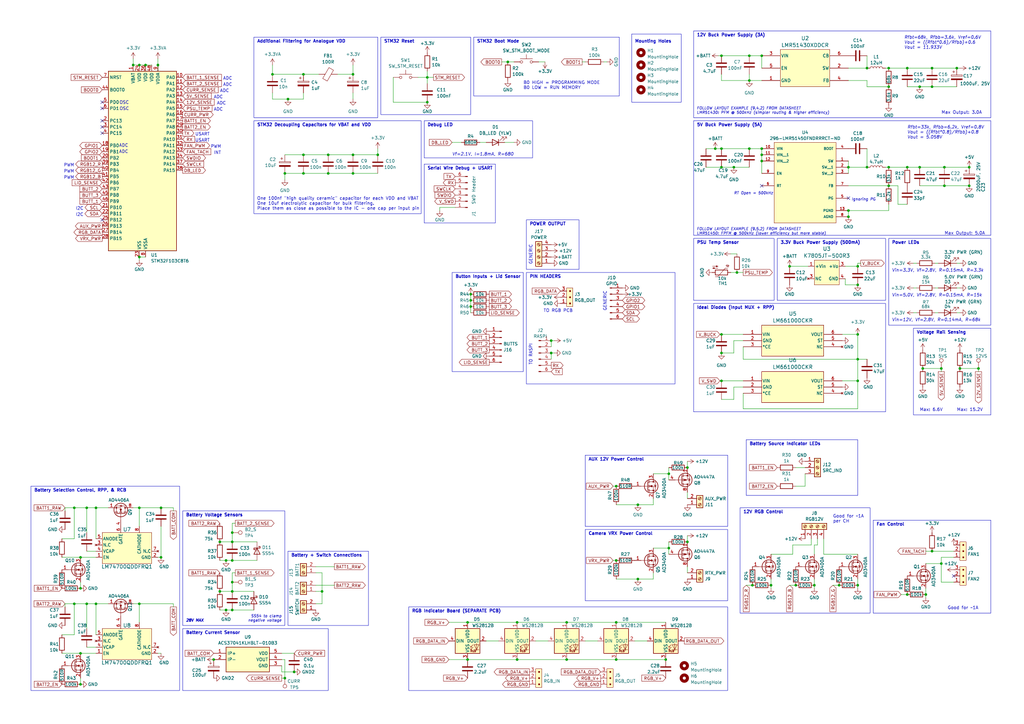
<source format=kicad_sch>
(kicad_sch (version 20230121) (generator eeschema)
  (paper "A3")
  (title_block (title "Ground Station Mainboard") (date "2025-03-18") (rev "V1.0") (company "QRET") (comment 2 "Andrew Davis, Tomer Lapid") (comment 3 "Authors: Kennan Bays, Rowan Burke, Sam Scheufler, Clement S Gonsalves") (comment 4 "GRID = 1.27mm"))
  (junction (at 293.37 60.96))
  (junction (at 116.84 278.13))
  (junction (at 134.62 63.5))
  (junction (at 193.04 125.73))
  (junction (at 300.99 68.58))
  (junction (at 95.25 250.19))
  (junction (at 57.15 105.41))
  (junction (at 351.79 156.21))
  (junction (at 347.98 68.58))
  (junction (at 386.08 151.13))
  (junction (at 154.94 63.5))
  (junction (at 386.08 231.14))
  (junction (at 312.42 22.86))
  (junction (at 33.02 241.3))
  (junction (at 116.84 71.12))
  (junction (at 323.85 109.22))
  (junction (at 252.73 199.39))
  (junction (at 355.6 27.94))
  (junction (at 307.34 60.96))
  (junction (at 252.73 255.27))
  (junction (at 387.35 76.2))
  (junction (at 232.41 255.27))
  (junction (at 372.11 68.58))
  (junction (at 401.32 151.13))
  (junction (at 344.17 240.03))
  (junction (at 54.61 26.67))
  (junction (at 364.49 35.56))
  (junction (at 232.41 270.51))
  (junction (at 295.91 156.21))
  (junction (at 212.09 255.27))
  (junction (at 295.91 68.58))
  (junction (at 372.11 27.94))
  (junction (at 226.06 144.78))
  (junction (at 191.77 255.27))
  (junction (at 95.25 229.87))
  (junction (at 307.34 22.86))
  (junction (at 59.69 26.67))
  (junction (at 295.91 60.96))
  (junction (at 347.98 88.9))
  (junction (at 316.23 240.03))
  (junction (at 90.17 222.25))
  (junction (at 111.76 30.48))
  (junction (at 95.25 238.76))
  (junction (at 307.34 33.02))
  (junction (at 281.94 222.25))
  (junction (at 372.11 243.84))
  (junction (at 281.94 191.77))
  (junction (at 382.27 35.56))
  (junction (at 33.02 228.6))
  (junction (at 364.49 68.58))
  (junction (at 92.71 229.87))
  (junction (at 273.05 270.51))
  (junction (at 392.43 27.94))
  (junction (at 144.78 71.12))
  (junction (at 193.04 120.65))
  (junction (at 393.7 151.13))
  (junction (at 39.37 247.65))
  (junction (at 124.46 71.12))
  (junction (at 134.62 71.12))
  (junction (at 351.79 116.84))
  (junction (at 132.08 242.57))
  (junction (at 312.42 63.5))
  (junction (at 355.6 68.58))
  (junction (at 212.09 270.51))
  (junction (at 334.01 240.03))
  (junction (at 377.19 35.56))
  (junction (at 226.06 139.7))
  (junction (at 364.49 27.94))
  (junction (at 124.46 30.48))
  (junction (at 191.77 270.51))
  (junction (at 144.78 63.5))
  (junction (at 387.35 68.58))
  (junction (at 33.02 267.97))
  (junction (at 193.04 123.19))
  (junction (at 120.65 275.59))
  (junction (at 118.11 40.64))
  (junction (at 351.79 147.32))
  (junction (at 364.49 76.2))
  (junction (at 87.63 270.51))
  (junction (at 351.79 109.22))
  (junction (at 35.56 247.65))
  (junction (at 30.48 247.65))
  (junction (at 378.46 151.13))
  (junction (at 92.71 250.19))
  (junction (at 252.73 270.51))
  (junction (at 95.25 218.44))
  (junction (at 302.26 111.76))
  (junction (at 295.91 144.78))
  (junction (at 377.19 68.58))
  (junction (at 175.26 41.91))
  (junction (at 35.56 208.28))
  (junction (at 351.79 137.16))
  (junction (at 261.62 237.49))
  (junction (at 379.73 243.84))
  (junction (at 295.91 22.86))
  (junction (at 66.04 228.6))
  (junction (at 144.78 30.48))
  (junction (at 382.27 27.94))
  (junction (at 397.51 68.58))
  (junction (at 382.27 226.06))
  (junction (at 326.39 240.03))
  (junction (at 90.17 242.57))
  (junction (at 175.26 31.75))
  (junction (at 351.79 240.03))
  (junction (at 295.91 137.16))
  (junction (at 124.46 63.5))
  (junction (at 274.32 194.31))
  (junction (at 66.04 208.28))
  (junction (at 57.15 247.65))
  (junction (at 312.42 60.96))
  (junction (at 208.28 25.4))
  (junction (at 261.62 207.01))
  (junction (at 308.61 240.03))
  (junction (at 95.25 222.25))
  (junction (at 39.37 208.28))
  (junction (at 64.77 26.67))
  (junction (at 274.32 224.79))
  (junction (at 33.02 280.67))
  (junction (at 57.15 208.28))
  (junction (at 57.15 26.67))
  (junction (at 95.25 242.57))
  (junction (at 252.73 229.87))
  (junction (at 347.98 86.36))
  (junction (at 30.48 208.28))
  (junction (at 312.42 66.04))
  (junction (at 397.51 76.2))
  (no_connect (at 41.91 49.53))
  (no_connect (at 41.91 54.61))
  (no_connect (at 41.91 41.91))
  (no_connect (at 41.91 90.17))
  (no_connect (at 41.91 44.45))
  (no_connect (at 347.98 81.28))
  (no_connect (at 41.91 52.07))
  (no_connect (at 391.16 236.22))
  (no_connect (at 312.42 76.2))
  (wire (pts (xy 364.49 27.94) (xy 372.11 27.94)))
  (wire (pts (xy 25.4 267.97) (xy 33.02 267.97)))
  (wire (pts (xy 345.44 137.16) (xy 351.79 137.16)))
  (wire (pts (xy 208.28 25.4) (xy 210.82 25.4)))
  (wire (pts (xy 364.49 76.2) (xy 368.3 76.2)))
  (wire (pts (xy 312.42 60.96) (xy 312.42 63.5)))
  (wire (pts (xy 138.43 30.48) (xy 144.78 30.48)))
  (wire (pts (xy 386.08 151.13) (xy 386.08 152.4)))
  (wire (pts (xy 307.34 33.02) (xy 312.42 33.02)))
  (wire (pts (xy 306.07 240.03) (xy 308.61 240.03)))
  (wire (pts (xy 379.73 226.06) (xy 382.27 226.06)))
  (wire (pts (xy 95.25 242.57) (xy 104.14 242.57)))
  (wire (pts (xy 355.6 68.58) (xy 355.6 60.96)))
  (wire (pts (xy 90.17 242.57) (xy 95.25 242.57)))
  (wire (pts (xy 274.32 222.25) (xy 274.32 224.79)))
  (wire (pts (xy 111.76 38.1) (xy 111.76 40.64)))
  (wire (pts (xy 64.77 26.67) (xy 64.77 29.21)))
  (wire (pts (xy 374.65 128.27) (xy 375.92 128.27)))
  (wire (pts (xy 351.79 237.49) (xy 351.79 240.03)))
  (wire (pts (xy 161.29 41.91) (xy 175.26 41.91)))
  (wire (pts (xy 30.48 247.65) (xy 26.67 247.65)))
  (wire (pts (xy 392.43 128.27) (xy 393.7 128.27)))
  (wire (pts (xy 227.33 139.7) (xy 226.06 139.7)))
  (wire (pts (xy 293.37 60.96) (xy 295.91 60.96)))
  (wire (pts (xy 386.08 228.6) (xy 386.08 231.14)))
  (wire (pts (xy 304.8 142.24) (xy 304.8 147.32)))
  (wire (pts (xy 337.82 227.33) (xy 337.82 220.98)))
  (wire (pts (xy 364.49 68.58) (xy 372.11 68.58)))
  (wire (pts (xy 346.71 109.22) (xy 351.79 109.22)))
  (wire (pts (xy 212.09 255.27) (xy 232.41 255.27)))
  (wire (pts (xy 180.34 85.09) (xy 180.34 86.36)))
  (wire (pts (xy 304.8 167.64) (xy 351.79 167.64)))
  (wire (pts (xy 124.46 30.48) (xy 130.81 30.48)))
  (wire (pts (xy 261.62 237.49) (xy 267.97 237.49)))
  (wire (pts (xy 57.15 26.67) (xy 54.61 26.67)))
  (wire (pts (xy 90.17 229.87) (xy 92.71 229.87)))
  (wire (pts (xy 377.19 35.56) (xy 382.27 35.56)))
  (wire (pts (xy 300.99 68.58) (xy 307.34 68.58)))
  (wire (pts (xy 295.91 30.48) (xy 295.91 33.02)))
  (wire (pts (xy 347.98 76.2) (xy 364.49 76.2)))
  (wire (pts (xy 25.4 228.6) (xy 33.02 228.6)))
  (wire (pts (xy 334.01 227.33) (xy 334.01 223.52)))
  (wire (pts (xy 351.79 167.64) (xy 351.79 156.21)))
  (wire (pts (xy 364.49 86.36) (xy 347.98 86.36)))
  (wire (pts (xy 347.98 68.58) (xy 347.98 71.12)))
  (wire (pts (xy 175.26 31.75) (xy 177.8 31.75)))
  (wire (pts (xy 378.46 151.13) (xy 386.08 151.13)))
  (wire (pts (xy 116.84 270.51) (xy 115.57 270.51)))
  (wire (pts (xy 323.85 109.22) (xy 331.47 109.22)))
  (wire (pts (xy 295.91 156.21) (xy 304.8 156.21)))
  (wire (pts (xy 289.56 68.58) (xy 295.91 68.58)))
  (wire (pts (xy 134.62 71.12) (xy 144.78 71.12)))
  (wire (pts (xy 383.54 107.95) (xy 384.81 107.95)))
  (wire (pts (xy 295.91 68.58) (xy 300.99 68.58)))
  (wire (pts (xy 129.54 234.95) (xy 132.08 234.95)))
  (wire (pts (xy 54.61 247.65) (xy 57.15 247.65)))
  (wire (pts (xy 33.02 228.6) (xy 39.37 228.6)))
  (wire (pts (xy 355.6 27.94) (xy 355.6 22.86)))
  (wire (pts (xy 401.32 151.13) (xy 401.32 152.4)))
  (wire (pts (xy 39.37 208.28) (xy 35.56 208.28)))
  (wire (pts (xy 368.3 76.2) (xy 368.3 83.82)))
  (wire (pts (xy 372.11 68.58) (xy 377.19 68.58)))
  (wire (pts (xy 64.77 24.13) (xy 64.77 26.67)))
  (wire (pts (xy 62.23 26.67) (xy 59.69 26.67)))
  (wire (pts (xy 33.02 238.76) (xy 33.02 241.3)))
  (wire (pts (xy 295.91 33.02) (xy 307.34 33.02)))
  (wire (pts (xy 261.62 207.01) (xy 267.97 207.01)))
  (wire (pts (xy 57.15 208.28) (xy 57.15 215.9)))
  (wire (pts (xy 180.34 85.09) (xy 186.69 85.09)))
  (wire (pts (xy 295.91 137.16) (xy 304.8 137.16)))
  (wire (pts (xy 295.91 22.86) (xy 307.34 22.86)))
  (wire (pts (xy 185.42 58.42) (xy 189.23 58.42)))
  (wire (pts (xy 226.06 144.78) (xy 226.06 147.32)))
  (wire (pts (xy 144.78 63.5) (xy 154.94 63.5)))
  (wire (pts (xy 299.72 111.76) (xy 302.26 111.76)))
  (wire (pts (xy 383.54 128.27) (xy 384.81 128.27)))
  (wire (pts (xy 351.79 227.33) (xy 337.82 227.33)))
  (wire (pts (xy 274.32 191.77) (xy 274.32 194.31)))
  (wire (pts (xy 326.39 199.39) (xy 330.2 199.39)))
  (wire (pts (xy 95.25 218.44) (xy 95.25 222.25)))
  (wire (pts (xy 369.57 243.84) (xy 372.11 243.84)))
  (wire (pts (xy 25.4 260.35) (xy 30.48 260.35)))
  (wire (pts (xy 226.06 139.7) (xy 226.06 142.24)))
  (wire (pts (xy 351.79 147.32) (xy 351.79 156.21)))
  (wire (pts (xy 351.79 147.32) (xy 355.6 147.32)))
  (wire (pts (xy 116.84 71.12) (xy 116.84 73.66)))
  (wire (pts (xy 252.73 237.49) (xy 261.62 237.49)))
  (wire (pts (xy 90.17 222.25) (xy 95.25 222.25)))
  (wire (pts (xy 30.48 220.98) (xy 30.48 208.28)))
  (wire (pts (xy 175.26 29.21) (xy 175.26 31.75)))
  (wire (pts (xy 326.39 191.77) (xy 330.2 191.77)))
  (wire (pts (xy 382.27 35.56) (xy 392.43 35.56)))
  (wire (pts (xy 39.37 247.65) (xy 44.45 247.65)))
  (wire (pts (xy 392.43 27.94) (xy 393.7 27.94)))
  (wire (pts (xy 355.6 33.02) (xy 355.6 35.56)))
  (wire (pts (xy 95.25 234.95) (xy 95.25 238.76)))
  (wire (pts (xy 251.46 199.39) (xy 252.73 199.39)))
  (wire (pts (xy 334.01 240.03) (xy 334.01 241.3)))
  (wire (pts (xy 25.4 220.98) (xy 30.48 220.98)))
  (wire (pts (xy 330.2 199.39) (xy 330.2 194.31)))
  (wire (pts (xy 232.41 255.27) (xy 252.73 255.27)))
  (wire (pts (xy 307.34 30.48) (xy 307.34 33.02)))
  (wire (pts (xy 368.3 83.82) (xy 372.11 83.82)))
  (wire (pts (xy 111.76 30.48) (xy 124.46 30.48)))
  (wire (pts (xy 35.56 226.06) (xy 39.37 226.06)))
  (wire (pts (xy 30.48 260.35) (xy 30.48 247.65)))
  (wire (pts (xy 219.71 262.89) (xy 224.79 262.89)))
  (wire (pts (xy 307.34 22.86) (xy 312.42 22.86)))
  (wire (pts (xy 260.35 262.89) (xy 265.43 262.89)))
  (wire (pts (xy 35.56 247.65) (xy 35.56 257.81)))
  (wire (pts (xy 95.25 214.63) (xy 96.52 214.63)))
  (wire (pts (xy 372.11 27.94) (xy 382.27 27.94)))
  (wire (pts (xy 57.15 105.41) (xy 59.69 105.41)))
  (wire (pts (xy 295.91 60.96) (xy 307.34 60.96)))
  (wire (pts (xy 191.77 270.51) (xy 212.09 270.51)))
  (wire (pts (xy 323.85 240.03) (xy 326.39 240.03)))
  (wire (pts (xy 252.73 270.51) (xy 273.05 270.51)))
  (wire (pts (xy 144.78 71.12) (xy 154.94 71.12)))
  (wire (pts (xy 66.04 208.28) (xy 71.12 208.28)))
  (wire (pts (xy 144.78 26.67) (xy 144.78 30.48)))
  (wire (pts (xy 363.22 68.58) (xy 364.49 68.58)))
  (wire (pts (xy 334.01 237.49) (xy 334.01 240.03)))
  (wire (pts (xy 129.54 242.57) (xy 132.08 242.57)))
  (wire (pts (xy 364.49 83.82) (xy 364.49 86.36)))
  (wire (pts (xy 325.12 227.33) (xy 325.12 223.52)))
  (wire (pts (xy 267.97 224.79) (xy 274.32 224.79)))
  (wire (pts (xy 267.97 237.49) (xy 267.97 234.95)))
  (wire (pts (xy 132.08 242.57) (xy 132.08 247.65)))
  (wire (pts (xy 386.08 238.76) (xy 391.16 238.76)))
  (wire (pts (xy 39.37 260.35) (xy 39.37 247.65)))
  (wire (pts (xy 39.37 220.98) (xy 39.37 208.28)))
  (wire (pts (xy 346.71 114.3) (xy 346.71 116.84)))
  (wire (pts (xy 267.97 194.31) (xy 274.32 194.31)))
  (wire (pts (xy 115.57 267.97) (xy 120.65 267.97)))
  (wire (pts (xy 300.99 144.78) (xy 295.91 144.78)))
  (wire (pts (xy 184.15 270.51) (xy 191.77 270.51)))
  (wire (pts (xy 35.56 208.28) (xy 35.56 218.44)))
  (wire (pts (xy 171.45 31.75) (xy 175.26 31.75)))
  (wire (pts (xy 66.04 215.9) (xy 66.04 228.6)))
  (wire (pts (xy 220.98 25.4) (xy 223.52 25.4)))
  (wire (pts (xy 295.275 137.16) (xy 295.91 137.16)))
  (wire (pts (xy 351.79 240.03) (xy 351.79 241.3)))
  (wire (pts (xy 132.08 247.65) (xy 129.54 247.65)))
  (wire (pts (xy 387.35 76.2) (xy 397.51 76.2)))
  (wire (pts (xy 118.11 40.64) (xy 124.46 40.64)))
  (wire (pts (xy 382.27 27.94) (xy 392.43 27.94)))
  (wire (pts (xy 120.65 275.59) (xy 115.57 275.59)))
  (wire (pts (xy 92.71 250.19) (xy 95.25 250.19)))
  (wire (pts (xy 377.19 68.58) (xy 387.35 68.58)))
  (wire (pts (xy 116.84 278.13) (xy 116.84 270.51)))
  (wire (pts (xy 124.46 63.5) (xy 134.62 63.5)))
  (wire (pts (xy 66.04 228.6) (xy 64.77 228.6)))
  (wire (pts (xy 247.65 25.4) (xy 248.92 25.4)))
  (wire (pts (xy 341.63 240.03) (xy 344.17 240.03)))
  (wire (pts (xy 57.15 247.65) (xy 71.12 247.65)))
  (wire (pts (xy 232.41 270.51) (xy 252.73 270.51)))
  (wire (pts (xy 379.73 231.14) (xy 386.08 231.14)))
  (wire (pts (xy 393.7 151.13) (xy 401.32 151.13)))
  (wire (pts (xy 26.67 247.65) (xy 26.67 248.92)))
  (wire (pts (xy 35.56 265.43) (xy 39.37 265.43)))
  (wire (pts (xy 124.46 71.12) (xy 134.62 71.12)))
  (wire (pts (xy 115.57 278.13) (xy 116.84 278.13)))
  (wire (pts (xy 347.98 86.36) (xy 347.98 88.9)))
  (wire (pts (xy 30.48 247.65) (xy 35.56 247.65)))
  (wire (pts (xy 300.99 139.7) (xy 300.99 144.78)))
  (wire (pts (xy 193.04 125.73) (xy 193.04 128.27)))
  (wire (pts (xy 238.76 25.4) (xy 240.03 25.4)))
  (wire (pts (xy 116.84 63.5) (xy 124.46 63.5)))
  (wire (pts (xy 59.69 26.67) (xy 57.15 26.67)))
  (wire (pts (xy 316.23 237.49) (xy 316.23 240.03)))
  (wire (pts (xy 372.11 35.56) (xy 377.19 35.56)))
  (wire (pts (xy 312.42 22.86) (xy 312.42 27.94)))
  (wire (pts (xy 111.76 26.67) (xy 111.76 30.48)))
  (wire (pts (xy 300.99 163.83) (xy 295.91 163.83)))
  (wire (pts (xy 161.29 31.75) (xy 161.29 41.91)))
  (wire (pts (xy 240.03 262.89) (xy 245.11 262.89)))
  (wire (pts (xy 191.77 255.27) (xy 212.09 255.27)))
  (wire (pts (xy 353.06 107.95) (xy 351.79 107.95)))
  (wire (pts (xy 193.04 120.65) (xy 193.04 123.19)))
  (wire (pts (xy 302.26 111.76) (xy 304.8 111.76)))
  (wire (pts (xy 251.46 229.87) (xy 252.73 229.87)))
  (wire (pts (xy 316.23 240.03) (xy 316.23 241.3)))
  (wire (pts (xy 304.8 158.75) (xy 300.99 158.75)))
  (wire (pts (xy 95.25 214.63) (xy 95.25 218.44)))
  (wire (pts (xy 252.73 207.01) (xy 261.62 207.01)))
  (wire (pts (xy 335.28 223.52) (xy 335.28 220.98)))
  (wire (pts (xy 116.84 71.12) (xy 124.46 71.12)))
  (wire (pts (xy 347.98 33.02) (xy 355.6 33.02)))
  (wire (pts (xy 111.76 40.64) (xy 118.11 40.64)))
  (wire (pts (xy 347.98 66.04) (xy 347.98 68.58)))
  (wire (pts (xy 374.65 118.11) (xy 375.92 118.11)))
  (wire (pts (xy 274.32 194.31) (xy 274.32 196.85)))
  (wire (pts (xy 134.62 63.5) (xy 144.78 63.5)))
  (wire (pts (xy 289.56 60.96) (xy 293.37 60.96)))
  (wire (pts (xy 325.12 223.52) (xy 332.74 223.52)))
  (wire (pts (xy 33.02 278.13) (xy 33.02 280.67)))
  (wire (pts (xy 57.15 106.68) (xy 57.15 105.41)))
  (wire (pts (xy 267.97 207.01) (xy 267.97 204.47)))
  (wire (pts (xy 379.73 241.3) (xy 379.73 243.84)))
  (wire (pts (xy 281.94 201.93) (xy 281.94 204.47)))
  (wire (pts (xy 144.78 38.1) (xy 144.78 40.64)))
  (wire (pts (xy 379.73 243.84) (xy 379.73 245.11)))
  (wire (pts (xy 54.61 24.13) (xy 54.61 26.67)))
  (wire (pts (xy 392.43 118.11) (xy 393.7 118.11)))
  (wire (pts (xy 193.04 123.19) (xy 193.04 125.73)))
  (wire (pts (xy 312.42 63.5) (xy 312.42 66.04)))
  (wire (pts (xy 175.26 31.75) (xy 175.26 34.29)))
  (wire (pts (xy 383.54 118.11) (xy 384.81 118.11)))
  (wire (pts (xy 281.94 219.71) (xy 281.94 222.25)))
  (wire (pts (xy 95.25 222.25) (xy 105.41 222.25)))
  (wire (pts (xy 374.65 107.95) (xy 375.92 107.95)))
  (wire (pts (xy 71.12 208.28) (xy 71.12 209.55)))
  (wire (pts (xy 316.23 227.33) (xy 325.12 227.33)))
  (wire (pts (xy 387.35 68.58) (xy 397.51 68.58)))
  (wire (pts (xy 392.43 107.95) (xy 393.7 107.95)))
  (wire (pts (xy 196.85 58.42) (xy 199.39 58.42)))
  (wire (pts (xy 227.33 144.78) (xy 226.06 144.78)))
  (wire (pts (xy 307.34 60.96) (xy 312.42 60.96)))
  (wire (pts (xy 39.37 208.28) (xy 44.45 208.28)))
  (wire (pts (xy 391.16 228.6) (xy 386.08 228.6)))
  (wire (pts (xy 299.72 104.14) (xy 302.26 104.14)))
  (wire (pts (xy 347.98 68.58) (xy 355.6 68.58)))
  (wire (pts (xy 71.12 247.65) (xy 71.12 248.92)))
  (wire (pts (xy 386.08 231.14) (xy 386.08 238.76)))
  (wire (pts (xy 294.64 22.86) (xy 295.91 22.86)))
  (wire (pts (xy 252.73 255.27) (xy 273.05 255.27)))
  (wire (pts (xy 205.74 25.4) (xy 208.28 25.4)))
  (wire (pts (xy 281.94 232.41) (xy 281.94 234.95)))
  (wire (pts (xy 90.17 250.19) (xy 92.71 250.19)))
  (wire (pts (xy 304.8 147.32) (xy 351.79 147.32)))
  (wire (pts (xy 199.39 262.89) (xy 204.47 262.89)))
  (wire (pts (xy 377.19 76.2) (xy 387.35 76.2)))
  (wire (pts (xy 184.15 255.27) (xy 191.77 255.27)))
  (wire (pts (xy 295.275 156.21) (xy 295.91 156.21)))
  (wire (pts (xy 332.74 223.52) (xy 332.74 220.98)))
  (wire (pts (xy 347.98 27.94) (xy 355.6 27.94)))
  (wire (pts (xy 132.08 234.95) (xy 132.08 242.57)))
  (wire (pts (xy 281.94 189.23) (xy 281.94 191.77)))
  (wire (pts (xy 33.02 267.97) (xy 39.37 267.97)))
  (wire (pts (xy 30.48 208.28) (xy 35.56 208.28)))
  (wire (pts (xy 124.46 40.64) (xy 124.46 38.1)))
  (wire (pts (xy 95.25 238.76) (xy 95.25 242.57)))
  (wire (pts (xy 351.79 107.95) (xy 351.79 109.22)))
  (wire (pts (xy 30.48 208.28) (xy 26.67 208.28)))
  (wire (pts (xy 66.04 267.97) (xy 64.77 267.97)))
  (wire (pts (xy 312.42 66.04) (xy 312.42 71.12)))
  (wire (pts (xy 334.01 223.52) (xy 335.28 223.52)))
  (wire (pts (xy 274.32 224.79) (xy 274.32 227.33)))
  (wire (pts (xy 345.44 156.21) (xy 351.79 156.21)))
  (wire (pts (xy 39.37 247.65) (xy 35.56 247.65)))
  (wire (pts (xy 207.01 58.42) (xy 210.82 58.42)))
  (wire (pts (xy 57.15 208.28) (xy 66.04 208.28)))
  (wire (pts (xy 95.25 234.95) (xy 96.52 234.95)))
  (wire (pts (xy 129.54 232.41) (xy 137.16 232.41)))
  (wire (pts (xy 346.71 116.84) (xy 351.79 116.84)))
  (wire (pts (xy 363.22 27.94) (xy 364.49 27.94)))
  (wire (pts (xy 304.8 139.7) (xy 300.99 139.7)))
  (wire (pts (xy 212.09 270.51) (xy 232.41 270.51)))
  (wire (pts (xy 95.25 229.87) (xy 105.41 229.87)))
  (wire (pts (xy 300.99 158.75) (xy 300.99 163.83)))
  (wire (pts (xy 304.8 161.29) (xy 304.8 167.64)))
  (wire (pts (xy 95.25 250.19) (xy 104.14 250.19)))
  (wire (pts (xy 54.61 208.28) (xy 57.15 208.28)))
  (wire (pts (xy 382.27 226.06) (xy 391.16 226.06)))
  (wire (pts (xy 92.71 229.87) (xy 95.25 229.87)))
  (wire (pts (xy 57.15 247.65) (xy 57.15 255.27)))
  (wire (pts (xy 129.54 240.03) (xy 137.16 240.03)))
  (wire (pts (xy 154.94 60.96) (xy 154.94 63.5)))
  (wire (pts (xy 355.6 35.56) (xy 364.49 35.56)))
  (wire (pts (xy 115.57 275.59) (xy 115.57 273.05)))
  (wire (pts (xy 351.79 137.16) (xy 351.79 147.32)))
  (wire (pts (xy 26.67 208.28) (xy 26.67 209.55)))
  (rectangle (start 12.7 199.39) (end 73.66 283.21))
  (rectangle (start 104.14 15.24) (end 154.94 48.26))
  (rectangle (start 284.48 12.7) (end 406.4 48.26))
  (rectangle (start 306.07 180.34) (end 351.79 203.2))
  (rectangle (start 284.48 97.79) (end 317.5 123.19))
  (rectangle (start 358.14 213.36) (end 406.4 251.46))
  (rectangle (start 364.49 97.79) (end 406.4 133.35))
  (rectangle (start 185.42 111.76) (end 214.63 152.4))
  (rectangle (start 303.53 208.28) (end 356.87 251.46))
  (rectangle (start 215.9 90.17) (end 237.49 110.49))
  (rectangle (start 284.48 124.46) (end 363.22 168.91))
  (rectangle (start 259.08 13.97) (end 279.4 41.91))
  (rectangle (start 318.77 97.79) (end 363.22 123.19))
  (rectangle (start 167.64 248.92) (end 298.45 283.21))
  (rectangle (start 215.9 111.76) (end 276.86 157.48))
  (rectangle (start 74.93 209.55) (end 116.84 256.54))
  (rectangle (start 173.99 49.53) (end 218.44 64.77))
  (rectangle (start 240.03 186.69) (end 298.45 215.9))
  (rectangle (start 156.21 15.24) (end 193.04 46.99))
  (rectangle (start 240.03 217.17) (end 298.45 246.38))
  (rectangle (start 194.31 15.24) (end 254 39.37))
  (rectangle (start 104.14 49.53) (end 172.72 87.63))
  (rectangle (start 374.65 134.62) (end 406.4 170.18))
  (rectangle (start 284.48 49.53) (end 406.4 96.52))
  (rectangle (start 173.99 67.31) (end 203.2 91.44))
  (rectangle (start 74.93 257.81) (end 134.62 283.21))
  (rectangle (start 118.11 226.06) (end 151.13 256.54))
  (text "PWM" (at 30.48 71.12 0) (effects (font (size 1.27 1.27)) (justify right bottom)))
  (text "12V Buck Power Supply (3A)" (at 285.75 15.24 0) (effects (font (size 1.27 1.27) (thickness 0.254) bold) (justify left bottom)))
  (text "ADC" (at 48.7963 60.54 0) (effects (font (size 1.27 1.27)) (justify left bottom)))
  (text "OSC" (at 48.9561 45.4538 0) (effects (font (size 1.27 1.27)) (justify left bottom)))
  (text "Rfbt=33k, Rfbb=6.2k, Vref=0.8V\nVout = ((Rfbt*0.8)/Rfbb)+0.8\nVout = 5.058V" (at 372.11 57.15 0) (effects (font (size 1.27 1.27) italic) (justify left bottom)))
  (text "Debug LED" (at 175.26 52.07 0) (effects (font (size 1.27 1.27) (thickness 0.254) bold) (justify left bottom)))
  (text "12V RGB Control" (at 304.8 210.82 0) (effects (font (size 1.27 1.27) (thickness 0.254) bold) (justify left bottom)))
  (text "TO RASPI" (at 218.44 149.86 90) (effects (font (size 1.27 1.27)) (justify left bottom)))
  (text "3.3V Buck Power Supply (500mA)" (at 320.04 100.33 0) (effects (font (size 1.27 1.27) (thickness 0.254) bold) (justify left bottom)))
  (text "Max Output: 5.0A" (at 387.35 96.52 0) (effects (font (size 1.27 1.27)) (justify left bottom)))
  (text "Vin=5.0V, Vf=2.8V, R=0.15mA, R=15k" (at 365.76 121.92 0) (effects (font (size 1.27 1.27) italic) (justify left bottom)))
  (text "USART" (at 80.01 58.42 0) (effects (font (size 1.27 1.27)) (justify left bottom)))
  (text "Battery + Switch Connections" (at 119.38 228.6 0) (effects (font (size 1.27 1.27) (thickness 0.254) bold) (justify left bottom)))
  (text "Vin=12V, Vf=2.8V, R=0.14mA, R=68k" (at 365.76 132.08 0) (effects (font (size 1.27 1.27) italic) (justify left bottom)))
  (text "Battery Source Indicator LEDs" (at 307.34 182.88 0) (effects (font (size 1.27 1.27) (thickness 0.254) bold) (justify left bottom)))
  (text "FOLLOW LAYOUT EXAMPLE (9.4.2) FROM DATASHEET\nLMR51430: PFM @ 500kHz (simpler routing & higher efficiency)" (at 285.75 46.99 0) (effects (font (size 1.1 1.1) italic) (justify left bottom)))
  (text "STM32 Reset" (at 157.48 17.78 0) (effects (font (size 1.27 1.27) (thickness 0.254) bold) (justify left bottom)))
  (text "Good for ~1A\nper CH" (at 341.63 214.63 0) (effects (font (size 1.27 1.27)) (justify left bottom)))
  (text "Max Output: 3.0A" (at 386.08 46.99 0) (effects (font (size 1.27 1.27)) (justify left bottom)))
  (text "INT" (at 87.63 63.5 0) (effects (font (size 1.27 1.27)) (justify left bottom)))
  (text "AUX 12V Power Control" (at 241.3 189.23 0) (effects (font (size 1.27 1.27) (thickness 0.254) bold) (justify left bottom)))
  (text "Rfbt=68k, Rfbb=3.6k, Vref=0.6V\nVout = ((Rfbt*0.6)/Rfbb)+0.6\nVout = 11.933V" (at 370.84 20.32 0) (effects (font (size 1.27 1.27) italic) (justify left bottom)))
  (text "ADC" (at 87.63 40.64 0) (effects (font (size 1.27 1.27)) (justify left bottom)))
  (text "Vin=3.3V, Vf=2.8V, R=0.15mA, R=3.3k" (at 365.76 111.76 0) (effects (font (size 1.27 1.27) italic) (justify left bottom)))
  (text "Mounting Holes" (at 260.35 17.78 0) (effects (font (size 1.27 1.27) (thickness 0.254) bold) (justify left bottom)))
  (text "STM32 Boot Mode" (at 195.58 17.78 0) (effects (font (size 1.27 1.27) (thickness 0.254) bold) (justify left bottom)))
  (text "RGB Indicator Board (SEPARATE PCB)" (at 168.91 251.46 0) (effects (font (size 1.27 1.27) (thickness 0.254) bold) (justify left bottom)))
  (text "I2C" (at 34.29 86.36 0) (effects (font (size 1.27 1.27)) (justify right bottom)))
  (text "B0 HIGH = PROGRAMMING MODE\nB0 LOW = RUN MEMORY" (at 214.63 36.83 0) (effects (font (size 1.27 1.27)) (justify left bottom)))
  (text "Battery Selection Control, RPP, & RCB" (at 13.97 201.93 0) (effects (font (size 1.27 1.27) (thickness 0.254) bold) (justify left bottom)))
  (text "TO RGB PCB" (at 234.95 128.27 0) (effects (font (size 1.27 1.27)) (justify right bottom)))
  (text "PWM" (at 86.36 60.96 0) (effects (font (size 1.27 1.27)) (justify left bottom)))
  (text "ADC" (at 48.7963 63.08 0) (effects (font (size 1.27 1.27)) (justify left bottom)))
  (text "Voltage Rail Sensing" (at 375.92 137.16 0) (effects (font (size 1.27 1.27) (thickness 0.254) bold) (justify left bottom)))
  (text "POWER OUTPUT" (at 217.17 92.71 0) (effects (font (size 1.27 1.27) (thickness 0.254) bold) (justify left bottom)))
  (text "GENERIC" (at 248.92 119.38 90) (effects (font (size 1.27 1.27)) (justify right bottom)))
  (text "Camera VRX Power Control" (at 241.3 219.71 0) (effects (font (size 1.27 1.27) (thickness 0.254) bold) (justify left bottom)))
  (text "OSC" (at 48.9183 42.9157 0) (effects (font (size 1.27 1.27)) (justify left bottom)))
  (text "Max: 15.2V" (at 392.43 168.91 0) (effects (font (size 1.27 1.27)) (justify left bottom)))
  (text "USART" (at 80.01 55.88 0) (effects (font (size 1.27 1.27)) (justify left bottom)))
  (text "Button Inputs + Lid Sensor" (at 186.69 114.3 0) (effects (font (size 1.27 1.27) (thickness 0.254) bold) (justify left bottom)))
  (text "ADC" (at 90.17 38.1 0) (effects (font (size 1.27 1.27)) (justify left bottom)))
  (text "PWM" (at 30.48 73.66 0) (effects (font (size 1.27 1.27)) (justify right bottom)))
  (text "Vf=2.1V, I=1.8mA, R=680" (at 185.42 64.135 0) (effects (font (size 1.27 1.27) italic) (justify left bottom)))
  (text "RT Open = 500kHz" (at 300.99 80.01 0) (effects (font (size 1.1 1.1) italic) (justify left bottom)))
  (text "ADC" (at 88.9 43.18 0) (effects (font (size 1.27 1.27)) (justify left bottom)))
  (text "Additional Filtering for Analogue VDD" (at 105.41 17.78 0) (effects (font (size 1.27 1.27) (thickness 0.254) bold) (justify left bottom)))
  (text "FOLLOW LAYOUT EXAMPLE (9.5.2) FROM DATASHEET\nLMR51450: FPFM @ 500kHz (lower efficiency but more stable)" (at 285.75 96.52 0) (effects (font (size 1.1 1.1) italic) (justify left bottom)))
  (text "Fan Control" (at 359.41 215.9 0) (effects (font (size 1.27 1.27) (thickness 0.254) bold) (justify left bottom)))
  (text "28V MAX" (at 76.2 255.27 0) (effects (font (size 1.1 1.1) (thickness 0.254) bold italic) (justify left bottom)))
  (text "PIN HEADERS" (at 217.17 114.3 0) (effects (font (size 1.27 1.27) (thickness 0.254) bold) (justify left bottom)))
  (text "STM32 Decoupling Capacitors for VBAT and VDD" (at 105.41 52.07 0) (effects (font (size 1.27 1.27) (thickness 0.254) bold) (justify left bottom)))
  (text "Serial Wire Debug + USART" (at 175.26 69.85 0) (effects (font (size 1.27 1.27) (thickness 0.254) bold) (justify left bottom)))
  (text "SS54 to clamp\nnegative voltage" (at 115.57 255.27 0) (effects (font (size 1.1 1.1) italic) (justify right bottom)))
  (text "Good for ~1A" (at 388.62 250.19 0) (effects (font (size 1.27 1.27)) (justify left bottom)))
  (text "Battery Voltage Sensors" (at 76.2 212.09 0) (effects (font (size 1.27 1.27) (thickness 0.254) bold) (justify left bottom)))
  (text "GENERIC" (at 218.44 100.33 90) (effects (font (size 1.27 1.27)) (justify right bottom)))
  (text "Ignoring PG" (at 349.25 82.55 0) (effects (font (size 1.1 1.1) italic) (justify left bottom)))
  (text "Battery Current Sensor" (at 76.2 260.35 0) (effects (font (size 1.27 1.27) (thickness 0.254) bold) (justify left bottom)))
  (text "Power LEDs" (at 365.76 100.33 0) (effects (font (size 1.27 1.27) (thickness 0.254) bold) (justify left bottom)))
  (text "ADC" (at 91.44 33.02 0) (effects (font (size 1.27 1.27)) (justify left bottom)))
  (text "ADC" (at 87.63 45.72 0) (effects (font (size 1.27 1.27)) (justify left bottom)))
  (text "5V Buck Power Supply (5A)" (at 285.75 52.07 0) (effects (font (size 1.27 1.27) (thickness 0.254) bold) (justify left bottom)))
  (text "PWM" (at 30.48 68.58 0) (effects (font (size 1.27 1.27)) (justify right bottom)))
  (text "Max: 6.6V" (at 377.19 168.91 0) (effects (font (size 1.27 1.27)) (justify left bottom)))
  (text "I2C" (at 34.29 88.9 0) (effects (font (size 1.27 1.27)) (justify right bottom)))
  (text "ADC" (at 91.44 35.56 0) (effects (font (size 1.27 1.27)) (justify left bottom)))
  (text "Ideal Diodes (Input MUX + RPP)" (at 285.75 127 0) (effects (font (size 1.27 1.27) (thickness 0.254) bold) (justify left bottom)))
  (text "One 100nf \"high quality ceramic\" capacitor for each VDD and VBAT\nOne 10uf electrolytic capacitor for bulk filtering.\nPlace them as close as possible to the IC - one cap per input pin" (at 105.41 86.36 0) (effects (font (size 1.27 1.27)) (justify left bottom)))
  (text "PSU Temp Sensor" (at 285.75 100.33 0) (effects (font (size 1.27 1.27) (thickness 0.254) bold) (justify left bottom)))
  (global_label "BATT1_RAW" (shape output) (at 137.16 232.41 0) (property "Intersheetrefs" "${INTERSHEET_REFS}" (effects hide)))
  (global_label "RGB_GND" (shape input) (at 184.15 270.51 180) (property "Intersheetrefs" "${INTERSHEET_REFS}" (effects hide)))
  (global_label "LID_SENSE" (shape input) (at 41.91 74.93 180) (property "Intersheetrefs" "${INTERSHEET_REFS}" (effects hide)))
  (global_label "SWDIO" (shape input) (at 186.69 80.01 180) (property "Intersheetrefs" "${INTERSHEET_REFS}" (effects hide)))
  (global_label "STM_RESET" (shape input) (at 41.91 31.75 180) (property "Intersheetrefs" "${INTERSHEET_REFS}" (effects hide)))
  (global_label "BATT2_RAW" (shape output) (at 137.16 240.03 0) (property "Intersheetrefs" "${INTERSHEET_REFS}" (effects hide)))
  (global_label "RGB12_G" (shape output) (at 41.91 69.85 180) (property "Intersheetrefs" "${INTERSHEET_REFS}" (effects hide)))
  (global_label "AUX_PWR" (shape input) (at 251.46 199.39 180) (property "Intersheetrefs" "${INTERSHEET_REFS}" (effects hide)))
  (global_label "PSU_TEMP" (shape input) (at 74.93 44.45 0) (property "Intersheetrefs" "${INTERSHEET_REFS}" (effects hide)))
  (global_label "BUTT_2" (shape output) (at 200.66 140.97 180) (property "Intersheetrefs" "${INTERSHEET_REFS}" (effects hide)))
  (global_label "BATT1_EN" (shape output) (at 74.93 49.53 0) (property "Intersheetrefs" "${INTERSHEET_REFS}" (effects hide)))
  (global_label "BOOT1" (shape input) (at 41.91 64.77 180) (property "Intersheetrefs" "${INTERSHEET_REFS}" (effects hide)))
  (global_label "FAN_PWM" (shape input) (at 369.57 243.84 180) (property "Intersheetrefs" "${INTERSHEET_REFS}" (effects hide)))
  (global_label "BATT1_EN" (shape input) (at 25.4 241.3 180) (property "Intersheetrefs" "${INTERSHEET_REFS}" (effects hide)))
  (global_label "BOOT1" (shape output) (at 238.76 25.4 180) (property "Intersheetrefs" "${INTERSHEET_REFS}" (effects hide)))
  (global_label "BATT1_RAW" (shape input) (at 90.17 234.95 180) (property "Intersheetrefs" "${INTERSHEET_REFS}" (effects hide)))
  (global_label "BATT_COM" (shape output) (at 71.12 209.55 270) (property "Intersheetrefs" "${INTERSHEET_REFS}" (effects hide)))
  (global_label "BATT2_EN" (shape input) (at 25.4 280.67 180) (property "Intersheetrefs" "${INTERSHEET_REFS}" (effects hide)))
  (global_label "RGB12_B" (shape input) (at 323.85 240.03 270) (property "Intersheetrefs" "${INTERSHEET_REFS}" (effects hide)))
  (global_label "LID_SENSE" (shape output) (at 200.66 148.59 180) (property "Intersheetrefs" "${INTERSHEET_REFS}" (effects hide)))
  (global_label "RGB_DATA" (shape input) (at 229.87 119.38 180) (property "Intersheetrefs" "${INTERSHEET_REFS}" (effects hide)))
  (global_label "SCL" (shape bidirectional) (at 255.27 130.81 0) (property "Intersheetrefs" "${INTERSHEET_REFS}" (effects hide)))
  (global_label "VRX_PWR" (shape input) (at 251.46 229.87 180) (property "Intersheetrefs" "${INTERSHEET_REFS}" (effects hide)))
  (global_label "BATT_1_SENSE" (shape output) (at 96.52 234.95 0) (property "Intersheetrefs" "${INTERSHEET_REFS}" (effects hide)))
  (global_label "5V_SENSE" (shape input) (at 74.93 39.37 0) (property "Intersheetrefs" "${INTERSHEET_REFS}" (effects hide)))
  (global_label "5V_SENSE" (shape output) (at 386.08 152.4 270) (property "Intersheetrefs" "${INTERSHEET_REFS}" (effects hide)))
  (global_label "SWCLK" (shape input) (at 74.93 67.31 0) (property "Intersheetrefs" "${INTERSHEET_REFS}" (effects hide)))
  (global_label "STM_RESET" (shape output) (at 177.8 31.75 0) (property "Intersheetrefs" "${INTERSHEET_REFS}" (effects hide)))
  (global_label "GPIO1" (shape bidirectional) (at 41.91 59.69 180) (property "Intersheetrefs" "${INTERSHEET_REFS}" (effects hide)))
  (global_label "FAN_PWM" (shape output) (at 74.93 59.69 0) (property "Intersheetrefs" "${INTERSHEET_REFS}" (effects hide)))
  (global_label "CURR_SENSE" (shape input) (at 74.93 36.83 0) (property "Intersheetrefs" "${INTERSHEET_REFS}" (effects hide)))
  (global_label "SCL" (shape bidirectional) (at 41.91 85.09 180) (property "Intersheetrefs" "${INTERSHEET_REFS}" (effects hide)))
  (global_label "BATT_COM" (shape input) (at 87.63 267.97 180) (property "Intersheetrefs" "${INTERSHEET_REFS}" (effects hide)))
  (global_label "PSU_TEMP" (shape output) (at 304.8 111.76 0) (property "Intersheetrefs" "${INTERSHEET_REFS}" (effects hide)))
  (global_label "V_SWD" (shape input) (at 295.275 156.21 180) (property "Intersheetrefs" "${INTERSHEET_REFS}" (effects hide)))
  (global_label "SDA" (shape bidirectional) (at 255.27 128.27 0) (property "Intersheetrefs" "${INTERSHEET_REFS}" (effects hide)))
  (global_label "BOOT0" (shape output) (at 205.74 25.4 180) (property "Intersheetrefs" "${INTERSHEET_REFS}" (effects hide)))
  (global_label "BATT2_EN" (shape output) (at 74.93 52.07 0) (property "Intersheetrefs" "${INTERSHEET_REFS}" (effects hide)))
  (global_label "RGB_DATA" (shape output) (at 41.91 95.25 180) (property "Intersheetrefs" "${INTERSHEET_REFS}" (effects hide)))
  (global_label "RX" (shape output) (at 226.06 149.86 0) (property "Intersheetrefs" "${INTERSHEET_REFS}" (effects hide)))
  (global_label "AUX_PWR" (shape output) (at 41.91 92.71 180) (property "Intersheetrefs" "${INTERSHEET_REFS}" (effects hide)))
  (global_label "RX" (shape output) (at 186.69 74.93 180) (property "Intersheetrefs" "${INTERSHEET_REFS}" (effects hide)))
  (global_label "RGB_GND" (shape output) (at 246.38 280.67 180) (property "Intersheetrefs" "${INTERSHEET_REFS}" (effects hide)))
  (global_label "BATT2_RAW" (shape input) (at 90.17 214.63 180) (property "Intersheetrefs" "${INTERSHEET_REFS}" (effects hide)))
  (global_label "12V_SENSE" (shape output) (at 401.32 152.4 270) (property "Intersheetrefs" "${INTERSHEET_REFS}" (effects hide)))
  (global_label "TX" (shape input) (at 186.69 72.39 180) (property "Intersheetrefs" "${INTERSHEET_REFS}" (effects hide)))
  (global_label "TX" (shape output) (at 74.93 54.61 0) (property "Intersheetrefs" "${INTERSHEET_REFS}" (effects hide)))
  (global_label "12V_SENSE" (shape input) (at 74.93 41.91 0) (property "Intersheetrefs" "${INTERSHEET_REFS}" (effects hide)))
  (global_label "RX" (shape input) (at 74.93 57.15 0) (property "Intersheetrefs" "${INTERSHEET_REFS}" (effects hide)))
  (global_label "BUTT_2" (shape input) (at 41.91 77.47 180) (property "Intersheetrefs" "${INTERSHEET_REFS}" (effects hide)))
  (global_label "BUTT_3" (shape input) (at 41.91 80.01 180) (property "Intersheetrefs" "${INTERSHEET_REFS}" (effects hide)))
  (global_label "V_SWD" (shape output) (at 186.69 82.55 180) (property "Intersheetrefs" "${INTERSHEET_REFS}" (effects hide)))
  (global_label "RGB_DATA_OUT" (shape output) (at 280.67 262.89 0) (property "Intersheetrefs" "${INTERSHEET_REFS}" (effects hide)))
  (global_label "RGB12_G" (shape input) (at 341.63 240.03 270) (property "Intersheetrefs" "${INTERSHEET_REFS}" (effects hide)))
  (global_label "RGB_V+" (shape output) (at 217.17 278.13 180) (property "Intersheetrefs" "${INTERSHEET_REFS}" (effects hide)))
  (global_label "BATT_2_SENSE" (shape input) (at 74.93 34.29 0) (property "Intersheetrefs" "${INTERSHEET_REFS}" (effects hide)))
  (global_label "SDA" (shape bidirectional) (at 41.91 87.63 180) (property "Intersheetrefs" "${INTERSHEET_REFS}" (effects hide)))
  (global_label "RGB_GND" (shape output) (at 217.17 280.67 180) (property "Intersheetrefs" "${INTERSHEET_REFS}" (effects hide)))
  (global_label "SWCLK" (shape input) (at 186.69 77.47 180) (property "Intersheetrefs" "${INTERSHEET_REFS}" (effects hide)))
  (global_label "V_BUCK" (shape input) (at 295.275 137.16 180) (property "Intersheetrefs" "${INTERSHEET_REFS}" (effects hide)))
  (global_label "BATT1_EN" (shape input) (at 318.77 191.77 180) (property "Intersheetrefs" "${INTERSHEET_REFS}" (effects hide)))
  (global_label "RGB12_R" (shape input) (at 306.07 240.03 270) (property "Intersheetrefs" "${INTERSHEET_REFS}" (effects hide)))
  (global_label "BUTT_1" (shape output) (at 200.66 138.43 180) (property "Intersheetrefs" "${INTERSHEET_REFS}" (effects hide)))
  (global_label "RGB_V+" (shape output) (at 246.38 278.13 180) (property "Intersheetrefs" "${INTERSHEET_REFS}" (effects hide)))
  (global_label "V_BUCK" (shape output) (at 353.06 107.95 0) (property "Intersheetrefs" "${INTERSHEET_REFS}" (effects hide)))
  (global_label "BATT_COM" (shape output) (at 71.12 248.92 270) (property "Intersheetrefs" "${INTERSHEET_REFS}" (effects hide)))
  (global_label "VRX_PWR" (shape output) (at 41.91 97.79 180) (property "Intersheetrefs" "${INTERSHEET_REFS}" (effects hide)))
  (global_label "RGB_DATA_IN" (shape output) (at 217.17 275.59 180) (property "Intersheetrefs" "${INTERSHEET_REFS}" (effects hide)))
  (global_label "BOOT0" (shape input) (at 41.91 36.83 180) (property "Intersheetrefs" "${INTERSHEET_REFS}" (effects hide)))
  (global_label "CURR_PWR" (shape input) (at 120.65 267.97 0) (property "Intersheetrefs" "${INTERSHEET_REFS}" (effects hide)))
  (global_label "DB_LED" (shape output) (at 74.93 69.85 0) (property "Intersheetrefs" "${INTERSHEET_REFS}" (effects hide)))
  (global_label "DB_LED" (shape input) (at 185.42 58.42 180) (property "Intersheetrefs" "${INTERSHEET_REFS}" (effects hide)))
  (global_label "GPIO2" (shape bidirectional) (at 255.27 123.19 0) (property "Intersheetrefs" "${INTERSHEET_REFS}" (effects hide)))
  (global_label "BUTT_3" (shape output) (at 200.66 143.51 180) (property "Intersheetrefs" "${INTERSHEET_REFS}" (effects hide)))
  (global_label "FAN_TACH" (shape input) (at 74.93 62.23 0) (property "Intersheetrefs" "${INTERSHEET_REFS}" (effects hide)))
  (global_label "BATT_2_SENSE" (shape output) (at 96.52 214.63 0) (property "Intersheetrefs" "${INTERSHEET_REFS}" (effects hide)))
  (global_label "BATT_1_SENSE" (shape input) (at 74.93 31.75 0) (property "Intersheetrefs" "${INTERSHEET_REFS}" (effects hide)))
  (global_label "BATT2_RAW" (shape input) (at 26.67 247.65 180) (property "Intersheetrefs" "${INTERSHEET_REFS}" (effects hide)))
  (global_label "BUTT_3" (shape output) (at 200.66 125.73 0) (property "Intersheetrefs" "${INTERSHEET_REFS}" (effects hide)))
  (global_label "RGB_V+" (shape input) (at 191.77 278.13 180) (property "Intersheetrefs" "${INTERSHEET_REFS}" (effects hide)))
  (global_label "TX" (shape input) (at 226.06 152.4 0) (property "Intersheetrefs" "${INTERSHEET_REFS}" (effects hide)))
  (global_label "FAN_TACH" (shape output) (at 379.73 226.06 180) (property "Intersheetrefs" "${INTERSHEET_REFS}" (effects hide)))
  (global_label "RGB12_R" (shape output) (at 41.91 67.31 180) (property "Intersheetrefs" "${INTERSHEET_REFS}" (effects hide)))
  (global_label "BUTT_1" (shape output) (at 200.66 120.65 0) (property "Intersheetrefs" "${INTERSHEET_REFS}" (effects hide)))
  (global_label "BATT2_EN" (shape input) (at 318.77 199.39 180) (property "Intersheetrefs" "${INTERSHEET_REFS}" (effects hide)))
  (global_label "CURR_SENSE" (shape output) (at 115.57 278.13 180) (property "Intersheetrefs" "${INTERSHEET_REFS}" (effects hide)))
  (global_label "RGB_V+" (shape input) (at 273.05 278.13 180) (property "Intersheetrefs" "${INTERSHEET_REFS}" (effects hide)))
  (global_label "BUTT_2" (shape output) (at 200.66 123.19 0) (property "Intersheetrefs" "${INTERSHEET_REFS}" (effects hide)))
  (global_label "RGB_DATA_OUT" (shape input) (at 246.38 275.59 180) (property "Intersheetrefs" "${INTERSHEET_REFS}" (effects hide)))
  (global_label "CURR_PWR" (shape output) (at 74.93 46.99 0) (property "Intersheetrefs" "${INTERSHEET_REFS}" (effects hide)))
  (global_label "BATT1_RAW" (shape input) (at 26.67 208.28 180) (property "Intersheetrefs" "${INTERSHEET_REFS}" (effects hide)))
  (global_label "GPIO2" (shape bidirectional) (at 41.91 62.23 180) (property "Intersheetrefs" "${INTERSHEET_REFS}" (effects hide)))
  (global_label "GPIO1" (shape bidirectional) (at 255.27 125.73 0) (property "Intersheetrefs" "${INTERSHEET_REFS}" (effects hide)))
  (global_label "BUTT_1" (shape input) (at 41.91 82.55 180) (property "Intersheetrefs" "${INTERSHEET_REFS}" (effects hide)))
  (global_label "RGB_DATA_IN" (shape input) (at 184.15 262.89 180) (property "Intersheetrefs" "${INTERSHEET_REFS}" (effects hide)))
  (global_label "LID_SENSE" (shape output) (at 200.66 128.27 0) (property "Intersheetrefs" "${INTERSHEET_REFS}" (effects hide)))
  (global_label "SWDIO" (shape bidirectional) (at 74.93 64.77 0) (property "Intersheetrefs" "${INTERSHEET_REFS}" (effects hide)))
  (global_label "RGB_V+" (shape input) (at 184.15 255.27 180) (property "Intersheetrefs" "${INTERSHEET_REFS}" (effects hide)))
  (global_label "RGB12_B" (shape output) (at 41.91 72.39 180) (property "Intersheetrefs" "${INTERSHEET_REFS}" (effects hide)))
  (symbol (lib_id "Device:R") (at 90.17 218.44 0) (unit 1)
    (property "Reference" "R36" (at 85.09 218.44 0) (effects (justify left)))
    (property "Value" "75k" (at 83.82 220.98 0) (effects (justify left)))
    (property "Footprint" "Resistor_SMD:R_0603_1608Metric" (effects hide))
    (property "JLCPCB" "C23242" (effects hide))
  )
  (symbol (lib_id "Device:R") (at 256.54 199.39 270) (unit 1)
    (property "Reference" "R48" (at 258.445 196.85 90) (effects (justify right)))
    (property "Value" "510R" (at 259.08 199.39 90) (effects (justify right)))
    (property "Footprint" "Resistor_SMD:R_0603_1608Metric" (effects hide))
    (property "JLCPCB" "C23193" (effects hide))
  )
  (symbol (lib_id "power:+BATT") (at 294.64 22.86 90) (unit 1)
    (property "Reference" "#PWR018" (effects hide))
    (property "Value" "+BATT" (at 291.465 22.86 90) (effects (justify left)))
  )
  (symbol (lib_id "Device:LED") (at 203.2 58.42 180) (unit 1)
    (property "Reference" "D1" (at 203.2 52.07 0))
    (property "Value" "DB_LED (YLW)" (at 203.2 54.61 0))
    (property "Footprint" "LED_SMD:LED_0603_1608Metric" (effects hide))
    (property "JLCPCB" "C72038" (effects hide))
  )
  (symbol (lib_id "Device:R") (at 364.49 31.75 0) (unit 1)
    (property "Reference" "R8" (at 365.76 31.75 0) (effects (justify left)))
    (property "Value" "68k" (at 364.49 34.29 90) (effects (justify left)))
    (property "Footprint" "Resistor_SMD:R_0603_1608Metric" (effects hide))
    (property "JLCPCB" "C23231" (effects hide))
  )
  (symbol (lib_id "Device:R") (at 25.4 224.79 0) (unit 1)
    (property "Reference" "R38" (at 20.32 224.79 0) (effects (justify left)))
    (property "Value" "10k" (at 20.32 227.2142 0) (effects (justify left)))
    (property "Footprint" "Resistor_SMD:R_0603_1608Metric" (effects hide))
    (property "JLCPCB" "C25804" (effects hide))
  )
  (symbol (lib_id "Device:D_Schottky") (at 104.14 246.38 270) (unit 1)
    (property "Reference" "D10" (at 106.172 244.8504 90) (effects (justify left)))
    (property "Value" "SS54" (at 106.172 247.2746 90) (effects (justify left)))
    (property "Footprint" "Diode_SMD:D_SMA" (effects hide))
    (property "JLCPCB" "C22452" (effects hide))
  )
  (symbol (lib_id "power:GND") (at 92.71 250.19 0) (unit 1)
    (property "Reference" "#PWR075" (effects hide))
    (property "Value" "GND" (at 92.71 254 0))
  )
  (symbol (lib_id "power:GND") (at 393.7 118.11 90) (unit 1)
    (property "Reference" "#PWR035" (effects hide))
    (property "Value" "GND" (at 398.78 118.11 90))
  )
  (symbol (lib_id "Device:R") (at 196.85 125.73 270) (unit 1)
    (property "Reference" "R46" (at 190.5 125.73 90))
    (property "Value" "10k" (at 196.85 125.73 90))
    (property "Footprint" "Resistor_SMD:R_0603_1608Metric" (effects hide))
    (property "JLCPCB" "C25804" (effects hide))
  )
  (symbol (lib_id "Transistor_FET:AO3400A") (at 313.69 232.41 0) (unit 1)
    (property "Reference" "Q4" (at 311.15 228.6 0) (effects (justify left)))
    (property "Value" "AO3400A" (at 319.405 236.855 90) (effects (justify left)))
    (property "Footprint" "Package_TO_SOT_SMD:SOT-23" (effects hide))
    (property "Datasheet" "http://www.aosmd.com/pdfs/datasheet/AO3400A.pdf" (effects hide))
    (property "JLCPCB" "C20917" (effects hide))
  )
  (symbol (lib_id "power:GND") (at 175.26 41.91 0) (unit 1)
    (property "Reference" "#PWR012" (effects hide))
    (property "Value" "GND" (at 175.26 45.72 0))
  )
  (symbol (lib_id "Device:R") (at 29.21 280.67 270) (mirror x) (unit 1)
    (property "Reference" "R43" (at 27.305 278.13 90) (effects (justify left)))
    (property "Value" "100k" (at 26.67 280.67 90) (effects (justify left)))
    (property "Footprint" "Resistor_SMD:R_0603_1608Metric" (effects hide))
    (property "JLCPCB" "C25803" (effects hide))
  )
  (symbol (lib_id "Device:C") (at 295.91 140.97 0) (unit 1)
    (property "Reference" "C29" (at 289.56 139.7 0) (effects (justify left)))
    (property "Value" "1uF" (at 289.56 142.24 0) (effects (justify left)))
    (property "Footprint" "Capacitor_SMD:C_0603_1608Metric" (effects hide))
    (property "JLCPCB" "C15849" (effects hide))
  )
  (symbol (lib_id "Device:R") (at 344.17 236.22 0) (mirror x) (unit 1)
    (property "Reference" "R20" (at 341.63 238.125 90) (effects (justify right)))
    (property "Value" "510R" (at 344.17 238.76 90) (effects (justify right)))
    (property "Footprint" "Resistor_SMD:R_0603_1608Metric" (effects hide))
    (property "JLCPCB" "C23193" (effects hide))
  )
  (symbol (lib_id "power:GND") (at 66.04 228.6 0) (unit 1)
    (property "Reference" "#PWR077" (effects hide))
    (property "Value" "GND" (at 67.31 232.41 0))
  )
  (symbol (lib_id "dk_Rectangular-Connectors-Headers-Male-Pins:640456-3") (at 248.92 280.67 90) (unit 1) (in_bom no)
    (property "Reference" "J5" (at 252.095 276.9179 90) (effects (justify right)))
    (property "Value" "RGB_OUT" (at 252.095 279.3421 90) (effects (justify right)))
    (property "Footprint" "footprints:PinHeader_1x3_P2.54mm_Drill1.02mm" (effects hide))
  )
  (symbol (lib_id "power:+12V") (at 393.7 27.94 270) (unit 1)
    (property "Reference" "#PWR026" (effects hide))
    (property "Value" "+12V" (at 396.875 27.94 90) (effects (justify left)))
  )
  (symbol (lib_id "power:+3.3VA") (at 64.77 24.13 0) (unit 1)
    (property "Reference" "#PWR09" (effects hide))
    (property "Value" "+3.3VA" (at 64.77 19.685 0))
  )
  (symbol (lib_id "Switch:SW_Push") (at 166.37 31.75 0) (unit 1)
    (property "Reference" "SW1" (at 166.37 24.6847 0))
    (property "Value" "SW_STM_RESET" (at 166.37 27.1089 0))
    (property "Footprint" "Button_Switch_SMD:SW_Push_1P1T_XKB_TS-1187A" (effects hide))
    (property "Datasheet" "https://datasheet.lcsc.com/lcsc/2304140030_XKB-Connection-TS-1187A-B-A-B_C318884.pdf" (effects hide))
    (property "JLCPCB" "C318884" (effects hide))
  )
  (symbol (lib_id "power:+12V") (at 226.06 102.87 270) (unit 1)
    (property "Reference" "#PWR042" (effects hide))
    (property "Value" "+12V" (at 229.235 102.87 90) (effects (justify left)))
  )
  (symbol (lib_id "power:+BATT") (at 87.63 270.51 90) (unit 1)
    (property "Reference" "#PWR083" (effects hide))
    (property "Value" "+BATT" (at 84.455 270.51 90) (effects (justify left)))
  )
  (symbol (lib_id "power:+12V") (at 281.94 189.23 270) (unit 1)
    (property "Reference" "#PWR062" (effects hide))
    (property "Value" "+12V" (at 285.115 189.23 90) (effects (justify left)))
  )
  (symbol (lib_id "power:+3.3V") (at 175.26 21.59 0) (unit 1)
    (property "Reference" "#PWR011" (effects hide))
    (property "Value" "+3.3V" (at 175.26 17.78 0))
  )
  (symbol (lib_id "Device:C") (at 372.11 80.01 0) (unit 1)
    (property "Reference" "C24" (at 374.65 78.74 0) (effects (justify left)))
    (property "Value" "33pF" (at 374.65 81.28 0) (effects (justify left)))
    (property "Footprint" "Capacitor_SMD:C_0402_1005Metric" (effects hide))
    (property "JLCPCB" "C1562" (effects hide))
  )
  (symbol (lib_id "power:GND") (at 116.84 73.66 0) (unit 1)
    (property "Reference" "#PWR02" (effects hide))
    (property "Value" "GND" (at 116.84 78.105 0))
  )
  (symbol (lib_id "dk_Rectangular-Connectors-Headers-Male-Pins:640456-3") (at 393.7 228.6 90) (unit 1)
    (property "Reference" "J6" (at 396.875 224.8479 90) (effects (justify right)))
    (property "Value" "FAN1" (at 396.875 227.2721 90) (effects (justify right)))
    (property "Footprint" "footprints:PinHeader_1x3_P2.54mm_Drill1.02mm" (effects hide))
  )
  (symbol (lib_id "LMR51450SDRRR:LMR51450SDRRR") (at 330.2 71.12 0) (unit 1)
    (property "Reference" "U4" (at 330.2 54.3265 0))
    (property "Value" "296-LMR51450FNDRRRCT-ND" (at 330.2 56.7507 0))
    (property "Footprint" "footprints:LMR51450SDRRR" (effects hide))
    (property "Datasheet" "https://www.ti.com/lit/ds/symlink/lmr51440.pdf" (effects hide))
    (property "Digikey" "296-LMR51450FNDRRRCT-ND" (effects hide))
  )
  (symbol (lib_id "Connector:Screw_Terminal_01x04") (at 220.98 105.41 180) (unit 1)
    (property "Reference" "J17" (at 220.98 94.9157 0))
    (property "Value" "POWER" (at 220.98 97.3399 0))
    (property "Footprint" "TerminalBlock:TerminalBlock_bornier-4_P5.08mm" (effects hide))
    (property "Digikey" "2057-EB21A-04-D-ND" (effects hide))
    (property "Model" "EB21A-04-D" (effects hide))
  )
  (symbol (lib_id "power:+3.3V") (at 223.52 25.4 180) (unit 1)
    (property "Reference" "#PWR014" (effects hide))
    (property "Value" "+3.3V" (at 223.52 29.21 0))
  )
  (symbol (lib_id "power:GND") (at 261.62 237.49 0) (unit 1)
    (property "Reference" "#PWR068" (effects hide))
    (property "Value" "GND" (at 261.62 241.6231 0))
  )
  (symbol (lib_id "QRET_Buck_PSU-symbols:LMR51430XDDCR") (at 330.2 27.94 0) (unit 1)
    (property "Reference" "U2" (at 330.2 15.6898 0) (effects (font (size 1.524 1.524))))
    (property "Value" "LMR51430XDDCR" (at 330.2 18.5226 0) (effects (font (size 1.524 1.524))))
    (property "Footprint" "Package_TO_SOT_SMD:SOT-23-6_Handsoldering" (effects hide))
    (property "Datasheet" "LMR51430XDDCR" (effects hide))
    (property "Digikey" "296-LMR51430XDDCRCT-ND" (effects hide))
  )
  (symbol (lib_id "Device:R") (at 322.58 199.39 270) (unit 1) (in_bom no)
    (property "Reference" "R31" (at 322.58 194.2297 90))
    (property "Value" "1k" (at 322.58 196.6539 90))
    (property "Footprint" "Resistor_THT:R_Axial_DIN0204_L3.6mm_D1.6mm_P5.08mm_Horizontal" (effects hide))
  )
  (symbol (lib_id "power:+5V") (at 227.33 139.7 270) (unit 1)
    (property "Reference" "#PWR050" (effects hide))
    (property "Value" "+5V" (at 230.505 139.7 90) (effects (justify left)))
  )
  (symbol (lib_id "power:GND") (at 307.34 33.02 0) (unit 1)
    (property "Reference" "#PWR04" (effects hide))
    (property "Value" "GND" (at 307.34 38.1 0))
  )
  (symbol (lib_id "power:+3.3V") (at 374.65 107.95 90) (unit 1)
    (property "Reference" "#PWR032" (effects hide))
    (property "Value" "+3.3V" (at 368.3 107.95 90))
  )
  (symbol (lib_id "Device:R") (at 364.49 80.01 0) (unit 1)
    (property "Reference" "R11" (at 359.41 80.01 0) (effects (justify left)))
    (property "Value" "6.2k" (at 364.49 82.55 90) (effects (justify left)))
    (property "Footprint" "Resistor_SMD:R_0603_1608Metric" (effects hide))
    (property "JLCPCB" "C4260" (effects hide))
  )
  (symbol (lib_id "Device:R") (at 308.61 236.22 0) (mirror x) (unit 1)
    (property "Reference" "R24" (at 306.07 238.125 90) (effects (justify right)))
    (property "Value" "510R" (at 308.61 238.76 90) (effects (justify right)))
    (property "Footprint" "Resistor_SMD:R_0603_1608Metric" (effects hide))
    (property "JLCPCB" "C23193" (effects hide))
  )
  (symbol (lib_id "power:GND") (at 261.62 207.01 0) (unit 1)
    (property "Reference" "#PWR061" (effects hide))
    (property "Value" "GND" (at 261.62 211.1431 0))
  )
  (symbol (lib_id "Device:R") (at 90.17 246.38 0) (unit 1)
    (property "Reference" "R35" (at 85.09 246.38 0) (effects (justify left)))
    (property "Value" "10k" (at 85.09 248.8042 0) (effects (justify left)))
    (property "Footprint" "Resistor_SMD:R_0603_1608Metric" (effects hide))
    (property "JLCPCB" "C25804" (effects hide))
  )
  (symbol (lib_id "Transistor_FET:AO3400A") (at 265.43 229.87 0) (unit 1)
    (property "Reference" "Q5" (at 269.875 234.95 90) (effects (justify left)))
    (property "Value" "AO3400A" (at 272.415 234.95 90) (effects (justify left)))
    (property "Footprint" "Package_TO_SOT_SMD:SOT-23" (effects hide))
    (property "Datasheet" "http://www.aosmd.com/pdfs/datasheet/AO3400A.pdf" (effects hide))
    (property "JLCPCB" "C20917" (effects hide))
    (property "Type" "N-CH" (effects hide))
  )
  (symbol (lib_id "power:GND") (at 393.7 158.75 0) (unit 1)
    (property "Reference" "#PWR047" (effects hide))
    (property "Value" "GND" (at 393.7 162.56 0))
  )
  (symbol (lib_id "Device:R") (at 375.92 243.84 270) (mirror x) (unit 1)
    (property "Reference" "R18" (at 374.015 241.3 90) (effects (justify left)))
    (property "Value" "100k" (at 373.38 243.84 90) (effects (justify left)))
    (property "Footprint" "Resistor_SMD:R_0603_1608Metric" (effects hide))
    (property "JLCPCB" "C25803" (effects hide))
  )
  (symbol (lib_id "Connector:TestPoint") (at 386.08 151.13 0) (unit 1) (in_bom no)
    (property "Reference" "TP1" (at 384.81 143.6258 0) (effects (justify left)))
    (property "Value" "5VS" (at 384.81 146.05 0) (effects (justify left)))
    (property "Footprint" "TestPoint:TestPoint_Pad_2.0x2.0mm" (effects hide))
  )
  (symbol (lib_id "power:GND2") (at 87.63 278.13 90) (unit 1)
    (property "Reference" "#PWR085" (effects hide))
    (property "Value" "GND2" (at 90.805 278.13 90) (effects (justify right)))
  )
  (symbol (lib_id "Device:R") (at 196.85 123.19 270) (unit 1)
    (property "Reference" "R45" (at 190.5 123.19 90))
    (property "Value" "10k" (at 196.85 123.19 90))
    (property "Footprint" "Resistor_SMD:R_0603_1608Metric" (effects hide))
    (property "JLCPCB" "C25804" (effects hide))
  )
  (symbol (lib_id "power:+3.3V") (at 154.94 60.96 0) (mirror y) (unit 1)
    (property "Reference" "#PWR07" (effects hide))
    (property "Value" "+3.3V" (at 154.94 56.515 0))
  )
  (symbol (lib_id "Device:R") (at 382.27 222.25 180) (unit 1)
    (property "Reference" "R17" (at 384.048 221.0379 0) (effects (justify right)))
    (property "Value" "10k" (at 384.048 223.4621 0) (effects (justify right)))
    (property "Footprint" "Resistor_SMD:R_0603_1608Metric" (effects hide))
    (property "JLCPCB" "C25804" (effects hide))
  )
  (symbol (lib_id "power:GND") (at 129.54 250.19 0) (unit 1)
    (property "Reference" "#PWR072" (effects hide))
    (property "Value" "GND" (at 129.54 254 0))
  )
  (symbol (lib_id "Device:Thermistor_NTC") (at 295.91 111.76 270) (unit 1)
    (property "Reference" "TH1" (at 294.64 116.205 90) (effects (justify left)))
    (property "Value" "10k" (at 294.3804 114.173 90) (effects (justify left)))
    (property "Footprint" "Resistor_SMD:R_0603_1608Metric_Pad0.98x0.95mm_HandSolder" (effects hide))
    (property "Datasheet" "https://www.ohmite.com/assets/images/res-tx.pdf" (effects hide))
    (property "Digikey" "273-TX06F103F3435ERCT-ND" (effects hide))
    (property "Model" "TX06F103F3435ER" (effects hide))
  )
  (symbol (lib_id "Device:C_Polarized") (at 397.51 72.39 0) (unit 1)
    (property "Reference" "C23" (at 403.225 78.74 90) (effects (justify left)))
    (property "Value" "2000uF, 25V" (at 401.32 78.74 90) (effects (justify left)))
    (property "Footprint" "Capacitor_THT:CP_Radial_D12.5mm_P5.00mm" (effects hide))
    (property "Datasheet" "https://www.we-online.com/components/products/datasheet/865080343009.pdf" (effects hide))
    (property "Digikey" "C15127" (effects hide))
    (property "Model" "EKYC250ELL202MK20S" (effects hide))
  )
  (symbol (lib_id "Device:C") (at 95.25 246.38 0) (unit 1)
    (property "Reference" "C32" (at 98.425 245.11 0) (effects (justify left)))
    (property "Value" "100n" (at 97.79 247.65 0) (effects (justify left)))
    (property "Footprint" "Capacitor_SMD:C_0402_1005Metric" (effects hide))
    (property "JLCPCB" "C1525" (effects hide))
  )
  (symbol (lib_id "power:GND") (at 351.79 116.84 0) (unit 1)
    (property "Reference" "#PWR021" (effects hide))
    (property "Value" "GND" (at 351.79 120.65 0))
  )
  (symbol (lib_id "Device:C") (at 134.62 67.31 0) (unit 1)
    (property "Reference" "C6" (at 137.795 66.04 0) (effects (justify left)))
    (property "Value" "100n" (at 137.16 68.58 0) (effects (justify left)))
    (property "Footprint" "Capacitor_SMD:C_0402_1005Metric" (effects hide))
    (property "JLCPCB" "C1525" (effects hide))
  )
  (symbol (lib_id "power:GND") (at 330.2 189.23 270) (unit 1)
    (property "Reference" "#PWR070" (effects hide))
    (property "Value" "GND" (at 328.93 186.69 90))
  )
  (symbol (lib_id "power:+3.3V") (at 193.04 120.65 0) (unit 1)
    (property "Reference" "#PWR024" (effects hide))
    (property "Value" "+3.3V" (at 193.04 116.84 0))
  )
  (symbol (lib_id "power:GND") (at 397.51 76.2 0) (unit 1)
    (property "Reference" "#PWR023" (effects hide))
    (property "Value" "GND" (at 397.51 80.3331 0))
  )
  (symbol (lib_id "Device:R") (at 393.7 147.32 180) (unit 1)
    (property "Reference" "R15" (at 394.97 146.1658 0) (effects (justify right)))
    (property "Value" "47k" (at 394.97 148.59 0) (effects (justify right)))
    (property "Footprint" "Resistor_SMD:R_0603_1608Metric" (effects hide))
    (property "JLCPCB" "C25819" (effects hide))
  )
  (symbol (lib_id "power:+5V") (at 226.06 100.33 270) (unit 1)
    (property "Reference" "#PWR041" (effects hide))
    (property "Value" "+5V" (at 228.6 100.33 90) (effects (justify left)))
  )
  (symbol (lib_id "power:+3.3VA") (at 111.76 26.67 0) (unit 1)
    (property "Reference" "#PWR01" (effects hide))
    (property "Value" "+3.3VA" (at 111.76 22.225 0))
  )
  (symbol (lib_id "Device:R") (at 379.73 107.95 90) (unit 1)
    (property "Reference" "R5" (at 379.6883 103.6026 90))
    (property "Value" "3.3k" (at 379.73 105.41 90))
    (property "Footprint" "Resistor_SMD:R_0603_1608Metric" (effects hide))
    (property "JLCPCB" "C22978" (effects hide))
  )
  (symbol (lib_id "Connector:Screw_Terminal_01x02") (at 287.02 237.49 0) (mirror x) (unit 1)
    (property "Reference" "J9" (at 289.052 237.4321 0) (effects (justify left)))
    (property "Value" "RTX_PWR" (at 289.052 235.0079 0) (effects (justify left)))
    (property "Footprint" "TerminalBlock:TerminalBlock_bornier-2_P5.08mm" (effects hide))
    (property "Digikey" "5239-ELK508V-02P-ND" (effects hide))
  )
  (symbol (lib_id "power:GND") (at 323.85 116.84 0) (unit 1)
    (property "Reference" "#PWR020" (effects hide))
    (property "Value" "GND" (at 323.85 120.65 0))
  )
  (symbol (lib_id "Device:R") (at 364.49 39.37 0) (unit 1)
    (property "Reference" "R9" (at 365.76 39.37 0) (effects (justify left)))
    (property "Value" "3.6k" (at 364.49 41.91 90) (effects (justify left)))
    (property "Footprint" "Resistor_SMD:R_0603_1608Metric" (effects hide))
    (property "JLCPCB" "C22980" (effects hide))
  )
  (symbol (lib_id "power:+3.3V") (at 229.87 121.92 90) (unit 1)
    (property "Reference" "#PWR046" (effects hide))
    (property "Value" "+3.3V" (at 223.52 121.92 90))
  )
  (symbol (lib_id "dk_Rectangular-Connectors-Headers-Male-Pins:640456-3") (at 232.41 124.46 90) (unit 1)
    (property "Reference" "J3" (at 235.585 120.7079 90) (effects (justify right)))
    (property "Value" "RGB_OUT" (at 235.585 123.1321 90) (effects (justify right)))
    (property "Footprint" "footprints:PinHeader_1x3_P2.54mm_Drill1.02mm" (effects hide))
  )
  (symbol (lib_id "power:+12V") (at 391.16 233.68 90) (unit 1)
    (property "Reference" "#PWR053" (effects hide))
    (property "Value" "+12V" (at 392.43 231.14 90) (effects (justify left)))
  )
  (symbol (lib_id "Transistor_FET:IRF7404") (at 279.4 227.33 0) (mirror x) (unit 1)
    (property "Reference" "Q6" (at 284.607 228.5421 0) (effects (justify left)))
    (property "Value" "AO4447A" (at 284.607 226.1179 0) (effects (justify left)))
    (property "Footprint" "Package_SO:SOIC-8_3.9x4.9mm_P1.27mm" (effects hide))
    (property "Datasheet" "https://datasheet.lcsc.com/lcsc/1806020932_Alpha---Omega-Semicon-AO4447A_C125867.pdf" (effects hide))
    (property "JLCPCB" "C125867" (effects hide))
    (property "Type" "P-CH" (effects hide))
  )
  (symbol (lib_id "Device:L") (at 359.41 27.94 90) (unit 1)
    (property "Reference" "L1" (at 359.41 23.2904 90))
    (property "Value" "12uH" (at 359.41 25.7146 90))
    (property "Footprint" "Inductor_SMD:L_Bourns_SRR1260" (effects hide))
    (property "Digikey" "SRR1280-120MCT-ND" (effects hide))
    (property "Note" "5.6A, 28mOhm, 6.6A(sat)" (effects hide))
  )
  (symbol (lib_id "Device:LED") (at 388.62 128.27 180) (unit 1)
    (property "Reference" "D4" (at 388.62 125.73 0))
    (property "Value" "12V PWR (GRN)" (at 395.1621 123.7504 0))
    (property "Footprint" "LED_SMD:LED_0805_2012Metric" (effects hide))
    (property "JLCPCB" "C2297" (effects hide))
  )
  (symbol (lib_id "power:GND") (at 364.49 43.18 0) (unit 1)
    (property "Reference" "#PWR038" (effects hide))
    (property "Value" "GND" (at 364.49 47.3131 0))
  )
  (symbol (lib_id "Device:R") (at 378.46 147.32 180) (unit 1)
    (property "Reference" "R13" (at 379.73 146.1658 0) (effects (justify right)))
    (property "Value" "30k" (at 379.73 148.59 0) (effects (justify right)))
    (property "Footprint" "Resistor_SMD:R_0603_1608Metric" (effects hide))
    (property "JLCPCB" "C22984" (effects hide))
  )
  (symbol (lib_id "power:GND") (at 200.66 146.05 270) (unit 1)
    (property "Reference" "#PWR088" (effects hide))
    (property "Value" "GND" (at 195.58 146.05 90))
  )
  (symbol (lib_id "Device:C") (at 26.67 252.73 0) (unit 1)
    (property "Reference" "C37" (at 20.32 250.19 0) (effects (justify left)))
    (property "Value" "1uF" (at 20.32 252.73 0) (effects (justify left)))
    (property "Footprint" "Capacitor_SMD:C_0603_1608Metric" (effects hide))
    (property "JLCPCB" "C15849" (effects hide))
  )
  (symbol (lib_id "Mechanical:MountingHole") (at 262.89 36.83 0) (unit 1) (in_bom no)
    (property "Reference" "H4" (at 265.43 35.9953 0) (effects (justify left)))
    (property "Value" "MountingHole" (at 265.43 38.5322 0) (effects (justify left)))
    (property "Footprint" "MountingHole:MountingHole_3.2mm_M3_ISO14580_Pad" (effects hide))
  )
  (symbol (lib_id "LED:WS2812B") (at 232.41 262.89 0) (unit 1)
    (property "Reference" "D7" (at 236.22 254 0))
    (property "Value" "WS2812B" (at 238.76 256.54 0))
    (property "Footprint" "LED_SMD:LED_WS2812B_PLCC4_5.0x5.0mm_P3.2mm" (effects hide))
    (property "Datasheet" "https://cdn-shop.adafruit.com/datasheets/WS2812B.pdf" (effects hide))
    (property "Digikey" "1568-COM-16347CT-ND" (effects hide))
  )
  (symbol (lib_id "Connector:TestPoint") (at 401.32 151.13 0) (unit 1) (in_bom no)
    (property "Reference" "TP2" (at 400.05 143.6258 0) (effects (justify left)))
    (property "Value" "12VS" (at 400.05 146.05 0) (effects (justify left)))
    (property "Footprint" "TestPoint:TestPoint_Pad_2.0x2.0mm" (effects hide))
  )
  (symbol (lib_id "Device:C") (at 351.79 22.86 270) (unit 1)
    (property "Reference" "C14" (at 351.79 16.5567 90))
    (property "Value" "100nF" (at 351.79 18.9809 90))
    (property "Footprint" "Capacitor_SMD:C_0603_1608Metric" (effects hide))
    (property "JLCPCB" "C14663" (effects hide))
  )
  (symbol (lib_id "Connector:Conn_01x06_Pin") (at 205.74 140.97 0) (mirror y) (unit 1) (in_bom no)
    (property "Reference" "J16" (at 206.4512 143.4521 0) (effects (justify right)))
    (property "Value" "BUTTS" (at 206.4512 141.0279 0) (effects (justify right)))
    (property "Footprint" "footprints:PinHeader_1x6_P2.54mm_Drill1.02mm" (effects hide))
  )
  (symbol (lib_id "power:+5V") (at 397.51 68.58 0) (unit 1)
    (property "Reference" "#PWR027" (effects hide))
    (property "Value" "+5V" (at 397.51 64.4469 0))
  )
  (symbol (lib_id "Device:R") (at 196.85 120.65 270) (unit 1)
    (property "Reference" "R44" (at 190.5 120.65 90))
    (property "Value" "10k" (at 196.85 120.65 90))
    (property "Footprint" "Resistor_SMD:R_0603_1608Metric" (effects hide))
    (property "JLCPCB" "C25804" (effects hide))
  )
  (symbol (lib_id "power:+12V") (at 391.16 223.52 0) (unit 1)
    (property "Reference" "#PWR052" (effects hide))
    (property "Value" "+12V" (at 391.16 219.3869 0))
  )
  (symbol (lib_id "power:GND") (at 300.99 68.58 0) (unit 1)
    (property "Reference" "#PWR045" (effects hide))
    (property "Value" "GND" (at 300.99 73.66 0))
  )
  (symbol (lib_id "Mechanical:MountingHole") (at 262.89 26.67 0) (unit 1) (in_bom no)
    (property "Reference" "H2" (at 265.43 25.8353 0) (effects (justify left)))
    (property "Value" "MountingHole" (at 265.43 28.3722 0) (effects (justify left)))
    (property "Footprint" "MountingHole:MountingHole_3.2mm_M3_ISO14580_Pad" (effects hide))
  )
  (symbol (lib_id "Device:C") (at 120.65 271.78 0) (unit 1)
    (property "Reference" "C40" (at 124.46 270.51 0) (effects (justify left)))
    (property "Value" "0.1u" (at 124.46 273.05 0) (effects (justify left)))
    (property "Footprint" "Capacitor_SMD:C_0603_1608Metric" (effects hide))
    (property "JLCPCB" "C14663" (effects hide))
  )
  (symbol (lib_id "power:+3.3V") (at 374.65 128.27 90) (unit 1)
    (property "Reference" "#PWR036" (effects hide))
    (property "Value" "+3.3V" (at 368.3 128.27 90))
  )
  (symbol (lib_id "power:GND") (at 345.44 158.75 90) (unit 1)
    (property "Reference" "#PWR066" (effects hide))
    (property "Value" "GND" (at 346.075 161.29 90) (effects (justify right)))
  )
  (symbol (lib_id "Device:C_Polarized") (at 144.78 34.29 0) (unit 1)
    (property "Reference" "C8" (at 147.955 33.7708 0) (effects (justify left)))
    (property "Value" "1uF" (at 147.955 36.195 0) (effects (justify left)))
    (property "Footprint" "Capacitor_SMD:C_0805_2012Metric" (effects hide))
    (property "JLCPCB" "C28323" (effects hide))
  )
  (symbol (lib_id "Device:R") (at 372.11 240.03 0) (mirror x) (unit 1)
    (property "Reference" "R19" (at 369.57 241.935 90) (effects (justify right)))
    (property "Value" "510R" (at 372.11 242.57 90) (effects (justify right)))
    (property "Footprint" "Resistor_SMD:R_0603_1608Metric" (effects hide))
    (property "JLCPCB" "C23193" (effects hide))
  )
  (symbol (lib_id "Device:LED") (at 388.62 118.11 180) (unit 1)
    (property "Reference" "D3" (at 388.62 115.57 0))
    (property "Value" "5.0V PWR (GRN)" (at 395.1621 113.5904 0))
    (property "Footprint" "LED_SMD:LED_0805_2012Metric" (effects hide))
    (property "JLCPCB" "C2297" (effects hide))
  )
  (symbol (lib_id "Device:C") (at 289.56 64.77 0) (unit 1)
    (property "Reference" "C26" (at 284.48 67.31 0) (effects (justify left)))
    (property "Value" "47uF" (at 284.48 69.85 0) (effects (justify left)))
    (property "Footprint" "Capacitor_SMD:C_0805_2012Metric" (effects hide))
    (property "JLCPCB" "C16780" (effects hide))
  )
  (symbol (lib_id "K7805JT_500R3:K7805JT-500R3") (at 334.01 106.68 0) (unit 1)
    (property "Reference" "U3" (at 339.09 102.0498 0) (effects (font (size 1.524 1.524))))
    (property "Value" "K7805JT-500R3" (at 339.09 104.8826 0) (effects (font (size 1.524 1.524))))
    (property "Footprint" "footprints:K7805JT_500R3" (effects hide))
    (property "Datasheet" " https://www.mornsun-power.com/html/pdf/K7803JT-500R3-LB.html" (effects hide))
    (property "Digikey" "2725-K7803JT-500R3-LBCT-ND" (effects hide))
  )
  (symbol (lib_id "Device:C_Polarized") (at 392.43 31.75 0) (unit 1)
    (property "Reference" "C17" (at 394.97 31.115 0) (effects (justify left)))
    (property "Value" "1000uF, 25V" (at 393.7 34.29 0) (effects (justify left)))
    (property "Footprint" "Capacitor_THT:CP_Radial_D10.0mm_P5.00mm" (effects hide))
    (property "Digikey" "493-1065-ND" (effects hide))
    (property "Model" "UVR1E102MPD" (effects hide))
  )
  (symbol (lib_id "power:GND2") (at 120.65 275.59 90) (unit 1)
    (property "Reference" "#PWR084" (effects hide))
    (property "Value" "GND2" (at 123.825 275.59 90) (effects (justify right)))
  )
  (symbol (lib_id "power:GND") (at 393.7 107.95 90) (unit 1)
    (property "Reference" "#PWR033" (effects hide))
    (property "Value" "GND" (at 398.78 107.95 90))
  )
  (symbol (lib_id "Transistor_FET:AO3400A") (at 30.48 233.68 0) (unit 1)
    (property "Reference" "Q10" (at 26.67 229.87 0) (effects (justify left)))
    (property "Value" "AO3400A" (at 36.195 238.125 90) (effects (justify left)))
    (property "Footprint" "Package_TO_SOT_SMD:SOT-23" (effects hide))
    (property "Datasheet" "http://www.aosmd.com/pdfs/datasheet/AO3400A.pdf" (effects hide))
    (property "JLCPCB" "C20917" (effects hide))
  )
  (symbol (lib_id "Transistor_FET:AO3400A") (at 349.25 232.41 0) (unit 1)
    (property "Reference" "Q2" (at 346.71 228.6 0) (effects (justify left)))
    (property "Value" "AO3400A" (at 354.965 236.855 90) (effects (justify left)))
    (property "Footprint" "Package_TO_SOT_SMD:SOT-23" (effects hide))
    (property "Datasheet" "http://www.aosmd.com/pdfs/datasheet/AO3400A.pdf" (effects hide))
    (property "JLCPCB" "C20917" (effects hide))
  )
  (symbol (lib_id "Device:R") (at 208.28 29.21 180) (unit 1)
    (property "Reference" "R2" (at 210.058 27.9979 0) (effects (justify right)))
    (property "Value" "100k" (at 210.058 30.4221 0) (effects (justify right)))
    (property "Footprint" "Resistor_SMD:R_0603_1608Metric" (effects hide))
    (property "JLCPCB" "C25803" (effects hide))
  )
  (symbol (lib_id "power:GND") (at 26.67 217.17 270) (unit 1)
    (property "Reference" "#PWR078" (effects hide))
    (property "Value" "GND" (at 21.59 217.17 90))
  )
  (symbol (lib_id "power:GND") (at 281.94 207.01 0) (unit 1)
    (property "Reference" "#PWR087" (effects hide))
    (property "Value" "GND" (at 281.94 211.1431 0))
  )
  (symbol (lib_id "Device:C") (at 35.56 261.62 0) (unit 1)
    (property "Reference" "C38" (at 31.75 256.54 0) (effects (justify left)))
    (property "Value" "1uF" (at 31.75 259.08 0) (effects (justify left)))
    (property "Footprint" "Capacitor_SMD:C_0603_1608Metric" (effects hide))
    (property "JLCPCB" "C15849" (effects hide))
  )
  (symbol (lib_id "Device:C") (at 355.6 151.13 0) (unit 1)
    (property "Reference" "C31" (at 358.14 149.86 0) (effects (justify left)))
    (property "Value" "47uF" (at 358.14 152.4 0) (effects (justify left)))
    (property "Footprint" "Capacitor_SMD:C_0805_2012Metric" (effects hide))
    (property "JLCPCB" "C16780" (effects hide))
  )
  (symbol (lib_id "Connector:Screw_Terminal_01x02") (at 287.02 207.01 0) (mirror x) (unit 1)
    (property "Reference" "J11" (at 289.052 206.9521 0) (effects (justify left)))
    (property "Value" "AUX_PWR" (at 289.052 204.5279 0) (effects (justify left)))
    (property "Footprint" "TerminalBlock:TerminalBlock_bornier-2_P5.08mm" (effects hide))
    (property "Digikey" "5239-ELK508V-02P-ND" (effects hide))
  )
  (symbol (lib_id "Device:C") (at 144.78 67.31 0) (unit 1)
    (property "Reference" "C9" (at 147.955 66.04 0) (effects (justify left)))
    (property "Value" "100n" (at 147.32 68.58 0) (effects (justify left)))
    (property "Footprint" "Capacitor_SMD:C_0402_1005Metric" (effects hide))
    (property "JLCPCB" "C1525" (effects hide))
  )
  (symbol (lib_id "Device:C") (at 377.19 72.39 0) (unit 1)
    (property "Reference" "C21" (at 379.73 71.12 0) (effects (justify left)))
    (property "Value" "47uF" (at 379.73 73.66 0) (effects (justify left)))
    (property "Footprint" "Capacitor_SMD:C_0805_2012Metric" (effects hide))
    (property "JLCPCB" "C16780" (effects hide))
  )
  (symbol (lib_id "power:GND") (at 118.11 40.64 0) (unit 1)
    (property "Reference" "#PWR03" (effects hide))
    (property "Value" "GND" (at 118.11 45.72 0))
  )
  (symbol (lib_id "power:GND") (at 66.04 267.97 0) (unit 1)
    (property "Reference" "#PWR082" (effects hide))
    (property "Value" "GND" (at 67.31 271.78 0))
  )
  (symbol (lib_id "Connector:TestPoint") (at 95.25 218.44 270) (unit 1) (in_bom no)
    (property "Reference" "TP4" (at 100.33 219.71 90) (effects (justify left)))
    (property "Value" "B2_S" (at 100.33 217.17 90) (effects (justify left)))
    (property "Footprint" "TestPoint:TestPoint_Pad_2.0x2.0mm" (effects hide))
  )
  (symbol (lib_id "LM74700QDDFRQ1:LM74700QDDFRQ1") (at 34.29 220.98 0) (unit 1)
    (property "Reference" "U7" (at 52.07 217.17 0) (effects (font (size 1.524 1.524))))
    (property "Value" "LM74700QDDFRQ1" (at 52.07 232.41 0) (effects (font (size 1.524 1.524))))
    (property "Footprint" "footprints:LM74700_SOT-23-THIN_1P6X2P9_TEX-M" (effects hide))
    (property "Datasheet" "LM74700QDDFRQ1" (effects hide))
    (property "Digikey" "296-LM74700QDDFRQ1CT-ND" (effects hide))
  )
  (symbol (lib_id "power:GND") (at 378.46 158.75 0) (unit 1)
    (property "Reference" "#PWR030" (effects hide))
    (property "Value" "GND" (at 378.46 162.56 0))
  )
  (symbol (lib_id "power:GND") (at 33.02 280.67 90) (unit 1)
    (property "Reference" "#PWR081" (effects hide))
    (property "Value" "GND" (at 38.1 280.67 90))
  )
  (symbol (lib_id "power:+3.3V") (at 351.79 137.16 0) (unit 1)
    (property "Reference" "#PWR067" (effects hide))
    (property "Value" "+3.3V" (at 351.79 132.08 0))
  )
  (symbol (lib_id "Device:C") (at 154.94 67.31 0) (unit 1)
    (property "Reference" "C10" (at 158.115 66.04 0) (effects (justify left)))
    (property "Value" "100n" (at 157.48 68.58 0) (effects (justify left)))
    (property "Footprint" "Capacitor_SMD:C_0402_1005Metric" (effects hide))
    (property "JLCPCB" "C1525" (effects hide))
  )
  (symbol (lib_id "power:GND") (at 208.28 33.02 0) (unit 1)
    (property "Reference" "#PWR013" (effects hide))
    (property "Value" "GND" (at 208.28 36.83 0))
  )
  (symbol (lib_id "Device:C") (at 382.27 31.75 0) (unit 1)
    (property "Reference" "C16" (at 384.81 30.48 0) (effects (justify left)))
    (property "Value" "22uF" (at 384.81 33.02 0) (effects (justify left)))
    (property "Footprint" "Capacitor_SMD:C_0805_2012Metric" (effects hide))
    (property "JLCPCB" "C45783" (effects hide))
  )
  (symbol (lib_id "Transistor_FET:IRF7404") (at 279.4 196.85 0) (mirror x) (unit 1)
    (property "Reference" "Q8" (at 284.607 198.0621 0) (effects (justify left)))
    (property "Value" "AO4447A" (at 284.607 195.6379 0) (effects (justify left)))
    (property "Footprint" "Package_SO:SOIC-8_3.9x4.9mm_P1.27mm" (effects hide))
    (property "Datasheet" "https://datasheet.lcsc.com/lcsc/1806020932_Alpha---Omega-Semicon-AO4447A_C125867.pdf" (effects hide))
    (property "JLCPCB" "C125867" (effects hide))
    (property "Type" "P-CH" (effects hide))
  )
  (symbol (lib_id "Device:C") (at 307.34 26.67 0) (unit 1)
    (property "Reference" "C7" (at 300.99 25.4 0) (effects (justify left)))
    (property "Value" "100nF" (at 298.45 27.94 0) (effects (justify left)))
    (property "Footprint" "Capacitor_SMD:C_0603_1608Metric" (effects hide))
    (property "JLCPCB" "C14663" (effects hide))
  )
  (symbol (lib_id "dk_Rectangular-Connectors-Headers-Male-Pins:640456-3") (at 393.7 238.76 90) (unit 1)
    (property "Reference" "J7" (at 396.875 235.0079 90) (effects (justify right)))
    (property "Value" "FAN2" (at 396.875 237.4321 90) (effects (justify right)))
    (property "Footprint" "footprints:PinHeader_1x3_P2.54mm_Drill1.02mm" (effects hide))
  )
  (symbol (lib_id "power:+12V") (at 393.7 143.51 0) (unit 1)
    (property "Reference" "#PWR029" (effects hide))
    (property "Value" "+12V" (at 393.7 139.3769 0))
  )
  (symbol (lib_id "Device:C") (at 351.79 113.03 0) (unit 1)
    (property "Reference" "C13" (at 354.965 111.76 0) (effects (justify left)))
    (property "Value" "22uF" (at 354.33 114.3 0) (effects (justify left)))
    (property "Footprint" "Capacitor_SMD:C_0603_1608Metric" (effects hide))
    (property "JLCPCB" "C59461" (effects hide))
  )
  (symbol (lib_id "Connector:Conn_01x06_Pin") (at 250.19 123.19 0) (unit 1) (in_bom no)
    (property "Reference" "J10" (at 250.825 113.8895 0))
    (property "Value" "GPIO" (at 250.825 116.3137 0))
    (property "Footprint" "footprints:PinHeader_1x6_P2.54mm_Drill1.02mm" (effects hide))
  )
  (symbol (lib_id "Device:R") (at 29.21 241.3 270) (mirror x) (unit 1)
    (property "Reference" "R40" (at 27.305 238.76 90) (effects (justify left)))
    (property "Value" "100k" (at 26.67 241.3 90) (effects (justify left)))
    (property "Footprint" "Resistor_SMD:R_0603_1608Metric" (effects hide))
    (property "JLCPCB" "C25803" (effects hide))
  )
  (symbol (lib_id "Mechanical:MountingHole") (at 280.67 278.13 0) (unit 1) (in_bom no)
    (property "Reference" "H6" (at 283.21 277.2953 0) (effects (justify left)))
    (property "Value" "MountingHole" (at 283.21 279.8322 0) (effects (justify left)))
    (property "Footprint" "MountingHole:MountingHole_3.2mm_M3_ISO14580_Pad" (effects hide))
  )
  (symbol (lib_id "Device:C_Polarized") (at 124.46 34.29 0) (unit 1)
    (property "Reference" "C4" (at 127.635 33.7708 0) (effects (justify left)))
    (property "Value" "1uF" (at 127.635 36.195 0) (effects (justify left)))
    (property "Footprint" "Capacitor_SMD:C_0805_2012Metric" (effects hide))
    (property "JLCPCB" "C28323" (effects hide))
  )
  (symbol (lib_id "Device:C") (at 307.34 64.77 0) (unit 1)
    (property "Reference" "C20" (at 300.99 63.5 0) (effects (justify left)))
    (property "Value" "100nF" (at 298.45 66.04 0) (effects (justify left)))
    (property "Footprint" "Capacitor_SMD:C_0603_1608Metric" (effects hide))
    (property "JLCPCB" "C14663" (effects hide))
  )
  (symbol (lib_id "Device:R") (at 193.04 58.42 270) (unit 1)
    (property "Reference" "R4" (at 193.04 55.88 90))
    (property "Value" "680R" (at 193.04 58.42 90))
    (property "Footprint" "Resistor_SMD:R_0805_2012Metric" (effects hide))
    (property "JLCPCB" "C2296" (effects hide))
  )
  (symbol (lib_id "Transistor_FET:IRF7403") (at 49.53 250.19 270) (mirror x) (unit 1)
    (property "Reference" "Q12" (at 53.34 250.825 0) (effects (justify left)))
    (property "Value" "AO4406A" (at 44.45 244.475 90) (effects (justify left)))
    (property "Footprint" "Package_SO:SOIC-8_3.9x4.9mm_P1.27mm" (effects hide))
    (property "Datasheet" "https://datasheet.lcsc.com/lcsc/1809200014_Alpha---Omega-Semicon-AO4406AL_C35349.pdf" (effects hide))
    (property "JLCPCB" "C5155213" (effects hide))
  )
  (symbol (lib_id "power:GND") (at 229.87 124.46 270) (unit 1)
    (property "Reference" "#PWR031" (effects hide))
    (property "Value" "GND" (at 224.79 124.46 90))
  )
  (symbol (lib_id "QRET_Buck_PSU-symbols:LM66100DCKR") (at 325.12 139.7 0) (unit 1)
    (property "Reference" "U5" (at 325.12 128.6563 0) (effects (font (size 1.524 1.524))))
    (property "Value" "LM66100DCKR" (at 325.12 131.4891 0) (effects (font (size 1.524 1.524))))
    (property "Footprint" "footprints:LMR66100_SC-70-6" (effects hide))
    (property "Datasheet" "https://www.ti.com/general/docs/suppproductinfo.tsp?distId=10&gotoUrl=https%3A%2F%2Fwww.ti.com%2Flit%2Fgpn%2flm66100" (effects hide))
    (property "JLCPCB" "C2869734" (effects hide))
  )
  (symbol (lib_id "Device:C_Polarized") (at 87.63 274.32 0) (unit 1)
    (property "Reference" "C25" (at 78.74 274.955 0) (effects (justify left)))
    (property "Value" "100uF" (at 78.74 276.86 0) (effects (justify left)))
    (property "Footprint" "Capacitor_SMD:CP_Elec_6.3x5.9" (effects hide))
    (property "Datasheet" "https://www.we-online.com/components/products/datasheet/865080343009.pdf" (effects hide))
    (property "Digikey" "732-8419-1-ND" (effects hide))
  )
  (symbol (lib_id "Device:C") (at 191.77 274.32 0) (unit 1) (in_bom no)
    (property "Reference" "C27" (at 195.58 273.05 0) (effects (justify left)))
    (property "Value" "2.2uF" (at 194.31 275.59 0) (effects (justify left)))
    (property "Footprint" "Capacitor_SMD:C_0603_1608Metric_Pad1.08x0.95mm_HandSolder" (effects hide))
  )
  (symbol (lib_id "Device:R") (at 25.4 237.49 0) (mirror x) (unit 1)
    (property "Reference" "R39" (at 22.86 239.395 90) (effects (justify right)))
    (property "Value" "510R" (at 25.4 240.03 90) (effects (justify right)))
    (property "Footprint" "Resistor_SMD:R_0603_1608Metric" (effects hide))
    (property "JLCPCB" "C23193" (effects hide))
  )
  (symbol (lib_id "power:GND") (at 26.67 256.54 270) (unit 1)
    (property "Reference" "#PWR080" (effects hide))
    (property "Value" "GND" (at 21.59 256.54 90))
  )
  (symbol (lib_id "Transistor_FET:IRF7403") (at 49.53 210.82 270) (mirror x) (unit 1)
    (property "Reference" "Q9" (at 53.34 211.455 0) (effects (justify left)))
    (property "Value" "AO4406A" (at 44.45 205.105 90) (effects (justify left)))
    (property "Footprint" "Package_SO:SOIC-8_3.9x4.9mm_P1.27mm" (effects hide))
    (property "Datasheet" "https://datasheet.lcsc.com/lcsc/1809200014_Alpha---Omega-Semicon-AO4406AL_C35349.pdf" (effects hide))
    (property "JLCPCB" "C5155213" (effects hide))
  )
  (symbol (lib_id "Device:C") (at 35.56 222.25 0) (unit 1)
    (property "Reference" "C35" (at 31.75 217.17 0) (effects (justify left)))
    (property "Value" "1uF" (at 31.75 219.71 0) (effects (justify left)))
    (property "Footprint" "Capacitor_SMD:C_0603_1608Metric" (effects hide))
    (property "JLCPCB" "C15849" (effects hide))
  )
  (symbol (lib_id "power:GND") (at 226.06 107.95 90) (unit 1)
    (property "Reference" "#PWR040" (effects hide))
    (property "Value" "GND" (at 231.14 107.95 90))
  )
  (symbol (lib_id "Connector:Screw_Terminal_01x02") (at 124.46 234.95 180) (unit 1)
    (property "Reference" "J13" (at 119.38 234.95 90))
    (property "Value" "BATT1" (at 121.92 233.68 90))
    (property "Footprint" "TerminalBlock:TerminalBlock_bornier-2_P5.08mm" (effects hide))
    (property "Digikey" "5239-ELK508V-02P-ND" (effects hide))
  )
  (symbol (lib_id "Connector:TestPoint") (at 116.84 278.13 180) (unit 1) (in_bom no)
    (property "Reference" "TP5" (at 122.555 281.94 0) (effects (justify left)))
    (property "Value" "CURR" (at 123.19 279.4 0) (effects (justify left)))
    (property "Footprint" "TestPoint:TestPoint_Pad_1.5x1.5mm" (effects hide))
  )
  (symbol (lib_id "ACS37041KLHBLT-010B3:ACS37041KLHBLT-010B3") (at 87.63 267.97 0) (unit 1)
    (property "Reference" "U9" (at 101.6 261.2857 0))
    (property "Value" "ACS37041KLHBLT-010B3" (at 101.6 263.7099 0))
    (property "Footprint" "footprints:APS12628LLHALTBAP_HandSolder" (effects hide))
    (property "Datasheet" "https://www.allegromicro.com/~/media/Files/Datasheets/ACS37041-2-Datasheet" (effects hide))
    (property "Digikey" "620-ACS37041KLHBLT-010B3CT-ND" (effects hide))
  )
  (symbol (lib_id "Transistor_FET:AO3400A") (at 30.48 273.05 0) (unit 1)
    (property "Reference" "Q11" (at 26.67 269.24 0) (effects (justify left)))
    (property "Value" "AO3400A" (at 36.195 277.495 90) (effects (justify left)))
    (property "Footprint" "Package_TO_SOT_SMD:SOT-23" (effects hide))
    (property "Datasheet" "http://www.aosmd.com/pdfs/datasheet/AO3400A.pdf" (effects hide))
    (property "JLCPCB" "C20917" (effects hide))
  )
  (symbol (lib_id "power:GND") (at 281.94 237.49 0) (unit 1)
    (property "Reference" "#PWR069" (effects hide))
    (property "Value" "GND" (at 281.94 241.6231 0))
  )
  (symbol (lib_id "power:GND") (at 92.71 229.87 0) (unit 1)
    (property "Reference" "#PWR076" (effects hide))
    (property "Value" "GND" (at 92.71 233.68 0))
  )
  (symbol (lib_id "Switch:SW_Push") (at 215.9 25.4 0) (unit 1)
    (property "Reference" "SW2" (at 215.9 18.3347 0))
    (property "Value" "SW_STM_BOOT_MODE" (at 215.9 20.7589 0))
    (property "Footprint" "Button_Switch_SMD:SW_Push_1P1T_XKB_TS-1187A" (effects hide))
    (property "Datasheet" "https://datasheet.lcsc.com/lcsc/2304140030_XKB-Connection-TS-1187A-B-A-B_C318884.pdf" (effects hide))
    (property "JLCPCB" "C318884" (effects hide))
  )
  (symbol (lib_id "Mechanical:MountingHole") (at 262.89 31.75 0) (unit 1) (in_bom no)
    (property "Reference" "H3" (at 265.43 30.9153 0) (effects (justify left)))
    (property "Value" "MountingHole" (at 265.43 33.4522 0) (effects (justify left)))
    (property "Footprint" "MountingHole:MountingHole_3.2mm_M3_ISO14580_Pad" (effects hide))
  )
  (symbol (lib_id "power:+5V") (at 378.46 143.51 0) (unit 1)
    (property "Reference" "#PWR028" (effects hide))
    (property "Value" "+5V" (at 378.46 139.3769 0))
  )
  (symbol (lib_id "Device:C") (at 273.05 274.32 0) (unit 1) (in_bom no)
    (property "Reference" "C28" (at 266.7 273.05 0) (effects (justify left)))
    (property "Value" "2.2uF" (at 265.43 275.59 0) (effects (justify left)))
    (property "Footprint" "Capacitor_SMD:C_0603_1608Metric_Pad1.08x0.95mm_HandSolder" (effects hide))
  )
  (symbol (lib_id "Mechanical:MountingHole") (at 280.67 273.05 0) (unit 1) (in_bom no)
    (property "Reference" "H5" (at 283.21 272.2153 0) (effects (justify left)))
    (property "Value" "MountingHole" (at 283.21 274.7522 0) (effects (justify left)))
    (property "Footprint" "MountingHole:MountingHole_3.2mm_M3_ISO14580_Pad" (effects hide))
  )
  (symbol (lib_id "Device:R") (at 312.42 240.03 270) (mirror x) (unit 1)
    (property "Reference" "R25" (at 310.515 237.49 90) (effects (justify left)))
    (property "Value" "100k" (at 309.88 240.03 90) (effects (justify left)))
    (property "Footprint" "Resistor_SMD:R_0603_1608Metric" (effects hide))
    (property "JLCPCB" "C25803" (effects hide))
  )
  (symbol (lib_id "dk_Rectangular-Connectors-Headers-Male-Pins:640456-3") (at 219.71 280.67 90) (unit 1) (in_bom no)
    (property "Reference" "J4" (at 222.885 276.9179 90) (effects (justify right)))
    (property "Value" "RGB_IN" (at 222.885 279.3421 90) (effects (justify right)))
    (property "Footprint" "footprints:PinHeader_1x3_P2.54mm_Drill1.02mm" (effects hide))
  )
  (symbol (lib_id "power:+BATT") (at 323.85 109.22 0) (unit 1)
    (property "Reference" "#PWR022" (effects hide))
    (property "Value" "+BATT" (at 323.85 105.0869 0))
  )
  (symbol (lib_id "Device:R") (at 326.39 236.22 0) (mirror x) (unit 1)
    (property "Reference" "R22" (at 323.85 238.125 90) (effects (justify right)))
    (property "Value" "510R" (at 326.39 238.76 90) (effects (justify right)))
    (property "Footprint" "Resistor_SMD:R_0603_1608Metric" (effects hide))
    (property "JLCPCB" "C23193" (effects hide))
  )
  (symbol (lib_id "Device:R") (at 175.26 25.4 180) (unit 1)
    (property "Reference" "R1" (at 177.038 24.1879 0) (effects (justify right)))
    (property "Value" "10k" (at 177.038 26.6121 0) (effects (justify right)))
    (property "Footprint" "Resistor_SMD:R_0603_1608Metric" (effects hide))
    (property "JLCPCB" "C25804" (effects hide))
  )
  (symbol (lib_id "power:+3.3V") (at 144.78 26.67 0) (unit 1)
    (property "Reference" "#PWR05" (effects hide))
    (property "Value" "+3.3V" (at 144.78 22.225 0))
  )
  (symbol (lib_id "Transistor_FET:AO3400A") (at 265.43 199.39 0) (unit 1)
    (property "Reference" "Q7" (at 269.875 204.47 90) (effects (justify left)))
    (property "Value" "AO3400A" (at 272.415 204.47 90) (effects (justify left)))
    (property "Footprint" "Package_TO_SOT_SMD:SOT-23" (effects hide))
    (property "Datasheet" "http://www.aosmd.com/pdfs/datasheet/AO3400A.pdf" (effects hide))
    (property "JLCPCB" "C20917" (effects hide))
    (property "Type" "N-CH" (effects hide))
  )
  (symbol (lib_id "Connector:Screw_Terminal_01x02") (at 124.46 242.57 180) (unit 1)
    (property "Reference" "J14" (at 119.38 242.57 90))
    (property "Value" "BATT2" (at 121.92 241.3 90))
    (property "Footprint" "TerminalBlock:TerminalBlock_bornier-2_P5.08mm" (effects hide))
    (property "Digikey" "5239-ELK508V-02P-ND" (effects hide))
  )
  (symbol (lib_id "power:GND") (at 255.27 118.11 90) (unit 1)
    (property "Reference" "#PWR025" (effects hide))
    (property "Value" "GND" (at 260.35 118.11 90))
  )
  (symbol (lib_id "power:GND") (at 347.98 88.9 0) (unit 1)
    (property "Reference" "#PWR043" (effects hide))
    (property "Value" "GND" (at 347.98 93.0331 0))
  )
  (symbol (lib_id "Device:R") (at 25.4 276.86 0) (mirror x) (unit 1)
    (property "Reference" "R42" (at 22.86 278.765 90) (effects (justify right)))
    (property "Value" "510R" (at 25.4 279.4 90) (effects (justify right)))
    (property "Footprint" "Resistor_SMD:R_0603_1608Metric" (effects hide))
    (property "JLCPCB" "C23193" (effects hide))
  )
  (symbol (lib_id "Transistor_FET:AO3400A") (at 331.47 232.41 0) (unit 1)
    (property "Reference" "Q3" (at 328.93 228.6 0) (effects (justify left)))
    (property "Value" "AO3400A" (at 337.185 236.855 90) (effects (justify left)))
    (property "Footprint" "Package_TO_SOT_SMD:SOT-23" (effects hide))
    (property "Datasheet" "http://www.aosmd.com/pdfs/datasheet/AO3400A.pdf" (effects hide))
    (property "JLCPCB" "C20917" (effects hide))
  )
  (symbol (lib_id "Device:C") (at 295.91 26.67 0) (unit 1)
    (property "Reference" "C3" (at 289.56 26.67 0) (effects (justify left)))
    (property "Value" "4.7uF" (at 288.29 29.21 0) (effects (justify left)))
    (property "Footprint" "Capacitor_SMD:C_0805_2012Metric" (effects hide))
    (property "JLCPCB" "C1779" (effects hide))
  )
  (symbol (lib_id "Device:C") (at 387.35 72.39 0) (unit 1)
    (property "Reference" "C22" (at 389.89 71.12 0) (effects (justify left)))
    (property "Value" "47uF" (at 389.89 73.66 0) (effects (justify left)))
    (property "Footprint" "Capacitor_SMD:C_0805_2012Metric" (effects hide))
    (property "JLCPCB" "C16780" (effects hide))
  )
  (symbol (lib_id "power:+3.3V") (at 382.27 218.44 0) (unit 1)
    (property "Reference" "#PWR049" (effects hide))
    (property "Value" "+3.3V" (at 382.27 214.63 0))
  )
  (symbol (lib_id "Device:R") (at 243.84 25.4 270) (unit 1)
    (property "Reference" "R3" (at 243.84 20.2397 90))
    (property "Value" "100k" (at 243.84 22.6639 90))
    (property "Footprint" "Resistor_SMD:R_0603_1608Metric" (effects hide))
    (property "JLCPCB" "C25803" (effects hide))
  )
  (symbol (lib_id "Device:R") (at 302.26 107.95 0) (unit 1)
    (property "Reference" "R26" (at 304.038 106.7379 0) (effects (justify left)))
    (property "Value" "10k" (at 304.038 109.1621 0) (effects (justify left)))
    (property "Footprint" "Resistor_SMD:R_0603_1608Metric" (effects hide))
    (property "JLCPCB" "C25804" (effects hide))
  )
  (symbol (lib_id "Transistor_FET:AO3400A") (at 377.19 236.22 0) (unit 1)
    (property "Reference" "Q1" (at 374.65 232.41 0) (effects (justify left)))
    (property "Value" "AO3400A" (at 382.905 240.665 90) (effects (justify left)))
    (property "Footprint" "Package_TO_SOT_SMD:SOT-23" (effects hide))
    (property "Datasheet" "http://www.aosmd.com/pdfs/datasheet/AO3400A.pdf" (effects hide))
    (property "JLCPCB" "C20917" (effects hide))
  )
  (symbol (lib_id "Device:LED") (at 388.62 107.95 180) (unit 1)
    (property "Reference" "D2" (at 388.62 105.41 0))
    (property "Value" "3.3V PWR (GRN)" (at 395.1621 103.4304 0))
    (property "Footprint" "LED_SMD:LED_0805_2012Metric" (effects hide))
    (property "JLCPCB" "C2297" (effects hide))
  )
  (symbol (lib_id "power:+3.3V") (at 255.27 120.65 270) (unit 1)
    (property "Reference" "#PWR063" (effects hide))
    (property "Value" "+3.3V" (at 260.35 120.65 90))
  )
  (symbol (lib_id "power:GND") (at 351.79 241.3 0) (unit 1)
    (property "Reference" "#PWR054" (effects hide))
    (property "Value" "GND" (at 351.79 245.11 0))
  )
  (symbol (lib_id "power:+12V") (at 281.94 219.71 270) (unit 1)
    (property "Reference" "#PWR019" (effects hide))
    (property "Value" "+12V" (at 285.115 219.71 90) (effects (justify left)))
  )
  (symbol (lib_id "power:+12V") (at 330.2 220.98 90) (unit 1)
    (property "Reference" "#PWR055" (effects hide))
    (property "Value" "+12V" (at 327.025 220.98 90) (effects (justify left)))
  )
  (symbol (lib_id "power:GND") (at 57.15 106.68 0) (unit 1)
    (property "Reference" "#PWR010" (effects hide))
    (property "Value" "GND" (at 57.15 110.49 0))
  )
  (symbol (lib_id "power:+3.3V") (at 299.72 104.14 90) (mirror x) (unit 1)
    (property "Reference" "#PWR059" (effects hide))
    (property "Value" "+3.3V" (at 294.005 104.14 90))
  )
  (symbol (lib_id "Device:R") (at 330.2 240.03 270) (mirror x) (unit 1)
    (property "Reference" "R23" (at 328.295 237.49 90) (effects (justify left)))
    (property "Value" "100k" (at 327.66 240.03 90) (effects (justify left)))
    (property "Footprint" "Resistor_SMD:R_0603_1608Metric" (effects hide))
    (property "JLCPCB" "C25803" (effects hide))
  )
  (symbol (lib_id "Device:C") (at 372.11 31.75 0) (unit 1)
    (property "Reference" "C15" (at 374.65 30.48 0) (effects (justify left)))
    (property "Value" "22uF" (at 374.65 33.02 0) (effects (justify left)))
    (property "Footprint" "Capacitor_SMD:C_0805_2012Metric" (effects hide))
    (property "JLCPCB" "C45783" (effects hide))
  )
  (symbol (lib_id "QRET_Buck_PSU-symbols:LM66100DCKR") (at 325.12 158.75 0) (unit 1)
    (property "Reference" "U6" (at 325.12 147.7063 0) (effects (font (size 1.524 1.524))))
    (property "Value" "LM66100DCKR" (at 325.12 150.5391 0) (effects (font (size 1.524 1.524))))
    (property "Footprint" "footprints:LMR66100_SC-70-6" (effects hide))
    (property "Datasheet" "https://www.ti.com/general/docs/suppproductinfo.tsp?distId=10&gotoUrl=https%3A%2F%2Fwww.ti.com%2Flit%2Fgpn%2flm66100" (effects hide))
    (property "JLCPCB" "C2869734" (effects hide))
  )
  (symbol (lib_id "Device:R") (at 256.54 229.87 270) (unit 1)
    (property "Reference" "R27" (at 258.445 227.33 90) (effects (justify right)))
    (property "Value" "510R" (at 259.08 229.87 90) (effects (justify right)))
    (property "Footprint" "Resistor_SMD:R_0603_1608Metric" (effects hide))
    (property "JLCPCB" "C23193" (effects hide))
  )
  (symbol (lib_id "power:GND") (at 200.66 135.89 270) (unit 1)
    (property "Reference" "#PWR086" (effects hide))
    (property "Value" "GND" (at 195.58 135.89 90))
  )
  (symbol (lib_id "Device:R") (at 252.73 233.68 180) (unit 1)
    (property "Reference" "R29" (at 250.19 231.775 90) (effects (justify left)))
    (property "Value" "100k" (at 252.73 231.14 90) (effects (justify left)))
    (property "Footprint" "Resistor_SMD:R_0603_1608Metric" (effects hide))
    (property "JLCPCB" "C25803" (effects hide))
  )
  (symbol (lib_id "power:GND") (at 355.6 154.94 0) (unit 1)
    (property "Reference" "#PWR071" (effects hide))
    (property "Value" "GND" (at 358.14 158.75 0) (effects (justify right)))
  )
  (symbol (lib_id "power:GND") (at 295.91 144.78 0) (unit 1)
    (property "Reference" "#PWR064" (effects hide))
    (property "Value" "GND" (at 295.91 149.86 0))
  )
  (symbol (lib_id "LED:WS2812B") (at 252.73 262.89 0) (unit 1)
    (property "Reference" "D8" (at 256.54 254 0))
    (property "Value" "WS2812B" (at 259.08 256.54 0))
    (property "Footprint" "LED_SMD:LED_WS2812B_PLCC4_5.0x5.0mm_P3.2mm" (effects hide))
    (property "Datasheet" "https://cdn-shop.adafruit.com/datasheets/WS2812B.pdf" (effects hide))
    (property "Digikey" "1568-COM-16347CT-ND" (effects hide))
  )
  (symbol (lib_id "Device:R") (at 393.7 154.94 180) (unit 1)
    (property "Reference" "R16" (at 394.97 153.67 0) (effects (justify right)))
    (property "Value" "13k" (at 394.97 156.0942 0) (effects (justify right)))
    (property "Footprint" "Resistor_SMD:R_0603_1608Metric" (effects hide))
    (property "JLCPCB" "C22797" (effects hide))
  )
  (symbol (lib_id "power:GND") (at 393.7 128.27 90) (unit 1)
    (property "Reference" "#PWR037" (effects hide))
    (property "Value" "GND" (at 398.78 128.27 90))
  )
  (symbol (lib_id "Device:FerriteBead") (at 134.62 30.48 90) (unit 1)
    (property "Reference" "FB1" (at 134.5692 22.86 90))
    (property "Value" "100R" (at 134.5692 25.4 90))
    (property "Footprint" "Resistor_SMD:R_0805_2012Metric" (effects hide))
    (property "JLCPCB" "C1015" (effects hide))
  )
  (symbol (lib_id "Connector:Conn_01x06_Pin") (at 191.77 80.01 180) (unit 1) (in_bom no)
    (property "Reference" "J1" (at 194.31 88.9 90) (effects (justify right)))
    (property "Value" "SWD Header" (at 194.31 83.82 90) (effects (justify right)))
    (property "Footprint" "footprints:PinHeader_1x6_P2.54mm_Drill1.02mm" (effects hide))
  )
  (symbol (lib_id "Device:C") (at 295.91 64.77 0) (unit 1)
    (property "Reference" "C19" (at 294.64 69.85 0) (effects (justify left)))
    (property "Value" "4.7uF" (at 293.37 72.39 0) (effects (justify left)))
    (property "Footprint" "Capacitor_SMD:C_0805_2012Metric" (effects hide))
    (property "JLCPCB" "C1779" (effects hide))
  )
  (symbol (lib_id "power:GND") (at 334.01 241.3 0) (unit 1)
    (property "Reference" "#PWR056" (effects hide))
    (property "Value" "GND" (at 334.01 245.11 0))
  )
  (symbol (lib_id "Device:C") (at 351.79 60.96 270) (unit 1)
    (property "Reference" "C18" (at 351.79 54.6567 90))
    (property "Value" "100nF" (at 351.79 57.0809 90))
    (property "Footprint" "Capacitor_SMD:C_0603_1608Metric" (effects hide))
    (property "JLCPCB" "C14663" (effects hide))
  )
  (symbol (lib_id "power:+3.3V") (at 54.61 24.13 0) (unit 1)
    (property "Reference" "#PWR08" (effects hide))
    (property "Value" "+3.3V" (at 54.61 19.685 0))
  )
  (symbol (lib_id "Device:R") (at 378.46 154.94 180) (unit 1)
    (property "Reference" "R14" (at 379.73 153.67 0) (effects (justify right)))
    (property "Value" "30k" (at 379.73 156.0942 0) (effects (justify right)))
    (property "Footprint" "Resistor_SMD:R_0603_1608Metric" (effects hide))
    (property "JLCPCB" "C22984" (effects hide))
  )
  (symbol (lib_id "Device:C") (at 95.25 226.06 0) (unit 1)
    (property "Reference" "C33" (at 98.425 224.79 0) (effects (justify left)))
    (property "Value" "100n" (at 97.79 227.33 0) (effects (justify left)))
    (property "Footprint" "Capacitor_SMD:C_0402_1005Metric" (effects hide))
    (property "JLCPCB" "C1525" (effects hide))
  )
  (symbol (lib_id "power:GND") (at 377.19 35.56 0) (unit 1)
    (property "Reference" "#PWR039" (effects hide))
    (property "Value" "GND" (at 377.19 39.6931 0))
  )
  (symbol (lib_id "Device:R") (at 90.17 226.06 0) (unit 1)
    (property "Reference" "R37" (at 85.09 226.06 0) (effects (justify left)))
    (property "Value" "10k" (at 85.09 228.4842 0) (effects (justify left)))
    (property "Footprint" "Resistor_SMD:R_0603_1608Metric" (effects hide))
    (property "JLCPCB" "C25804" (effects hide))
  )
  (symbol (lib_id "power:GND") (at 227.33 144.78 90) (unit 1)
    (property "Reference" "#PWR051" (effects hide))
    (property "Value" "GND" (at 232.41 144.78 90))
  )
  (symbol (lib_id "Device:R") (at 379.73 128.27 90) (unit 1)
    (property "Reference" "R7" (at 379.6883 123.9226 90))
    (property "Value" "68k" (at 379.73 125.73 90))
    (property "Footprint" "Resistor_SMD:R_0603_1608Metric" (effects hide))
    (property "JLCPCB" "C23231" (effects hide))
  )
  (symbol (lib_id "Device:C_Polarized") (at 116.84 67.31 0) (unit 1)
    (property "Reference" "C2" (at 110.49 65.405 0) (effects (justify left)))
    (property "Value" "10uF" (at 108.585 67.8292 0) (effects (justify left)))
    (property "Footprint" "Capacitor_SMD:CP_Elec_4x5.4" (effects hide))
    (property "Datasheet" "https://www.we-online.com/components/products/datasheet/865080340001.pdf" (effects hide))
    (property "Digikey" "732-8411-1-ND" (effects hide))
  )
  (symbol (lib_id "Device:R") (at 322.58 191.77 270) (unit 1) (in_bom no)
    (property "Reference" "R30" (at 322.58 186.6097 90))
    (property "Value" "1k" (at 322.58 189.0339 90))
    (property "Footprint" "Resistor_THT:R_Axial_DIN0204_L3.6mm_D1.6mm_P5.08mm_Horizontal" (effects hide))
  )
  (symbol (lib_id "Device:R") (at 196.85 128.27 270) (unit 1)
    (property "Reference" "R50" (at 190.5 128.27 90))
    (property "Value" "10k" (at 196.85 128.27 90))
    (property "Footprint" "Resistor_SMD:R_0603_1608Metric" (effects hide))
    (property "JLCPCB" "C25804" (effects hide))
  )
  (symbol (lib_id "Device:C") (at 26.67 213.36 0) (unit 1)
    (property "Reference" "C36" (at 20.32 210.82 0) (effects (justify left)))
    (property "Value" "1uF" (at 20.32 213.36 0) (effects (justify left)))
    (property "Footprint" "Capacitor_SMD:C_0603_1608Metric" (effects hide))
    (property "JLCPCB" "C15849" (effects hide))
  )
  (symbol (lib_id "power:+BATT") (at 226.06 105.41 270) (unit 1)
    (property "Reference" "#PWR060" (effects hide))
    (property "Value" "+BATT" (at 228.6 105.41 90) (effects (justify left)))
  )
  (symbol (lib_id "power:GND") (at 210.82 58.42 90) (unit 1)
    (property "Reference" "#PWR016" (effects hide))
    (property "Value" "GND" (at 213.995 58.42 90) (effects (justify right)))
  )
  (symbol (lib_id "LED:WS2812B") (at 212.09 262.89 0) (unit 1)
    (property "Reference" "D6" (at 215.9 254 0))
    (property "Value" "WS2812B" (at 218.44 256.54 0))
    (property "Footprint" "LED_SMD:LED_WS2812B_PLCC4_5.0x5.0mm_P3.2mm" (effects hide))
    (property "Datasheet" "https://cdn-shop.adafruit.com/datasheets/WS2812B.pdf" (effects hide))
    (property "Digikey" "1568-COM-16347CT-ND" (effects hide))
  )
  (symbol (lib_id "Device:R") (at 278.13 191.77 270) (unit 1)
    (property "Reference" "R49" (at 276.225 189.865 90) (effects (justify left)))
    (property "Value" "100k" (at 275.59 191.77 90) (effects (justify left)))
    (property "Footprint" "Resistor_SMD:R_0402_1005Metric" (effects hide))
    (property "JLCPCB" "C25741" (effects hide))
  )
  (symbol (lib_id "Device:C") (at 66.04 212.09 0) (unit 1)
    (property "Reference" "C34" (at 59.69 210.82 0) (effects (justify left)))
    (property "Value" "1uF" (at 59.69 213.36 0) (effects (justify left)))
    (property "Footprint" "Capacitor_SMD:C_0603_1608Metric" (effects hide))
    (property "JLCPCB" "C15849" (effects hide))
  )
  (symbol (lib_id "Device:R") (at 252.73 203.2 180) (unit 1)
    (property "Reference" "R47" (at 250.19 201.295 90) (effects (justify left)))
    (property "Value" "100k" (at 252.73 200.66 90) (effects (justify left)))
    (property "Footprint" "Resistor_SMD:R_0603_1608Metric" (effects hide))
    (property "JLCPCB" "C25803" (effects hide))
  )
  (symbol (lib_id "Device:R") (at 25.4 264.16 0) (unit 1)
    (property "Reference" "R41" (at 20.32 264.16 0) (effects (justify left)))
    (property "Value" "10k" (at 20.32 266.5842 0) (effects (justify left)))
    (property "Footprint" "Resistor_SMD:R_0603_1608Metric" (effects hide))
    (property "JLCPCB" "C25804" (effects hide))
  )
  (symbol (lib_id "Connector:Screw_Terminal_01x02") (at 124.46 250.19 180) (unit 1)
    (property "Reference" "J15" (at 119.38 250.19 90))
    (property "Value" "SWITCH" (at 121.92 248.92 90))
    (property "Footprint" "TerminalBlock:TerminalBlock_bornier-2_P5.08mm" (effects hide))
    (property "Digikey" "5239-ELK508V-02P-ND" (effects hide))
  )
  (symbol (lib_id "LED:WS2812B") (at 191.77 262.89 0) (unit 1)
    (property "Reference" "D5" (at 195.58 254 0))
    (property "Value" "WS2812B" (at 198.12 256.54 0))
    (property "Footprint" "LED_SMD:LED_WS2812B_PLCC4_5.0x5.0mm_P3.2mm" (effects hide))
    (property "Datasheet" "https://cdn-shop.adafruit.com/datasheets/WS2812B.pdf" (effects hide))
    (property "Digikey" "1568-COM-16347CT-ND" (effects hide))
  )
  (symbol (lib_id "Device:R") (at 278.13 222.25 270) (unit 1)
    (property "Reference" "R28" (at 276.225 220.345 90) (effects (justify left)))
    (property "Value" "100k" (at 275.59 222.25 90) (effects (justify left)))
    (property "Footprint" "Resistor_SMD:R_0402_1005Metric" (effects hide))
    (property "JLCPCB" "C25741" (effects hide))
  )
  (symbol (lib_id "Connector:TestPoint") (at 95.25 238.76 270) (unit 1) (in_bom no)
    (property "Reference" "TP3" (at 100.33 240.03 90) (effects (justify left)))
    (property "Value" "B1_S" (at 100.33 237.49 90) (effects (justify left)))
    (property "Footprint" "TestPoint:TestPoint_Pad_2.0x2.0mm" (effects hide))
  )
  (symbol (lib_id "Mechanical:MountingHole") (at 262.89 21.59 0) (unit 1) (in_bom no)
    (property "Reference" "H1" (at 265.43 20.7553 0) (effects (justify left)))
    (property "Value" "MountingHole" (at 265.43 23.2922 0) (effects (justify left)))
    (property "Footprint" "MountingHole:MountingHole_3.2mm_M3_ISO14580_Pad" (effects hide))
  )
  (symbol (lib_id "Device:L") (at 359.41 68.58 90) (unit 1)
    (property "Reference" "L2" (at 359.41 63.9304 90))
    (property "Value" "4.7uH" (at 359.41 66.3546 90))
    (property "Footprint" "Inductor_SMD:L_Bourns_SRN8040TA" (effects hide))
    (property "Digikey" "4816-HPC8040NC-4R7MCT-ND" (effects hide))
    (property "Note" "5.8A, 19.5mOhm, 6.7A(sat)" (effects hide))
  )
  (symbol (lib_id "power:GND") (at 180.34 86.36 0) (unit 1)
    (property "Reference" "#PWR017" (effects hide))
    (property "Value" "GND" (at 180.34 90.17 0))
  )
  (symbol (lib_id "power:GND") (at 292.1 111.76 270) (unit 1)
    (property "Reference" "#PWR058" (effects hide))
    (property "Value" "GND" (at 287.9669 111.76 0))
  )
  (symbol (lib_id "Connector:Screw_Terminal_01x03") (at 335.28 191.77 0) (unit 1)
    (property "Reference" "J12" (at 337.312 190.5579 0) (effects (justify left)))
    (property "Value" "SRC_IND" (at 337.312 192.9821 0) (effects (justify left)))
    (property "Footprint" "TerminalBlock_TE-Connectivity:TerminalBlock_TE_282834-3_1x03_P2.54mm_Horizontal" (effects hide))
    (property "Digikey" "ED10562-ND" (effects hide))
  )
  (symbol (lib_id "power:GND") (at 248.92 25.4 90) (unit 1)
    (property "Reference" "#PWR015" (effects hide))
    (property "Value" "GND" (at 252.73 25.4 0))
  )
  (symbol (lib_id "power:GND") (at 144.78 40.64 0) (unit 1)
    (property "Reference" "#PWR06" (effects hide))
    (property "Value" "GND" (at 144.78 45.72 0))
  )
  (symbol (lib_id "LM74700QDDFRQ1:LM74700QDDFRQ1") (at 34.29 260.35 0) (unit 1)
    (property "Reference" "U8" (at 52.07 256.54 0) (effects (font (size 1.524 1.524))))
    (property "Value" "LM74700QDDFRQ1" (at 52.07 271.78 0) (effects (font (size 1.524 1.524))))
    (property "Footprint" "footprints:LM74700_SOT-23-THIN_1P6X2P9_TEX-M" (effects hide))
    (property "Datasheet" "LM74700QDDFRQ1" (effects hide))
    (property "Digikey" "296-LM74700QDDFRQ1CT-ND" (effects hide))
  )
  (symbol (lib_id "Device:C") (at 111.76 34.29 0) (unit 1)
    (property "Reference" "C1" (at 114.935 33.02 0) (effects (justify left)))
    (property "Value" "10n" (at 114.3 35.56 0) (effects (justify left)))
    (property "Footprint" "Capacitor_SMD:C_0603_1608Metric" (effects hide))
    (property "JLCPCB" "C57112" (effects hide))
  )
  (symbol (lib_id "LED:WS2812B") (at 273.05 262.89 0) (unit 1)
    (property "Reference" "D9" (at 276.86 254 0))
    (property "Value" "WS2812B" (at 279.4 256.54 0))
    (property "Footprint" "LED_SMD:LED_WS2812B_PLCC4_5.0x5.0mm_P3.2mm" (effects hide))
    (property "Datasheet" "https://cdn-shop.adafruit.com/datasheets/WS2812B.pdf" (effects hide))
    (property "Digikey" "1568-COM-16347CT-ND" (effects hide))
  )
  (symbol (lib_id "Device:R") (at 364.49 72.39 0) (unit 1)
    (property "Reference" "R10" (at 359.41 72.39 0) (effects (justify left)))
    (property "Value" "33k" (at 364.49 74.93 90) (effects (justify left)))
    (property "Footprint" "Resistor_SMD:R_0603_1608Metric" (effects hide))
    (property "JLCPCB" "C4216" (effects hide))
  )
  (symbol (lib_id "Device:C") (at 323.85 113.03 0) (unit 1)
    (property "Reference" "C12" (at 326.39 111.76 0) (effects (justify left)))
    (property "Value" "10uF" (at 326.39 114.3 0) (effects (justify left)))
    (property "Footprint" "Capacitor_SMD:C_0603_1608Metric" (effects hide))
    (property "JLCPCB" "C19702" (effects hide))
  )
  (symbol (lib_id "power:GND") (at 316.23 241.3 0) (unit 1)
    (property "Reference" "#PWR057" (effects hide))
    (property "Value" "GND" (at 316.23 245.11 0))
  )
  (symbol (lib_id "Device:R") (at 90.17 238.76 0) (unit 1)
    (property "Reference" "R34" (at 85.09 238.76 0) (effects (justify left)))
    (property "Value" "75k" (at 83.82 241.3 0) (effects (justify left)))
    (property "Footprint" "Resistor_SMD:R_0603_1608Metric" (effects hide))
    (property "JLCPCB" "C23242" (effects hide))
  )
  (symbol (lib_id "Connector:Conn_01x06_Pin") (at 220.98 144.78 0) (unit 1) (in_bom no)
    (property "Reference" "J2" (at 221.615 135.4795 0))
    (property "Value" "RASPI" (at 221.615 137.9037 0))
    (property "Footprint" "footprints:PinHeader_1x6_P2.54mm_Drill1.02mm" (effects hide))
  )
  (symbol (lib_id "MCU_ST_STM32F1:STM32F103C8Tx") (at 57.15 67.31 0) (unit 1)
    (property "Reference" "U1" (at 61.8841 104.5901 0) (effects (justify left)))
    (property "Value" "STM32F103C8T6" (at 61.8841 107.0143 0) (effects (justify left)))
    (property "Footprint" "Package_QFP:LQFP-48_7x7mm_P0.5mm" (effects hide))
    (property "Datasheet" "https://www.st.com/resource/en/datasheet/stm32f103c8.pdf" (effects hide))
    (property "JLCPCB" "C8734" (effects hide))
  )
  (symbol (lib_id "Device:C") (at 175.26 38.1 0) (unit 1)
    (property "Reference" "C11" (at 179.07 36.83 0) (effects (justify left)))
    (property "Value" "100nF" (at 179.07 39.37 0) (effects (justify left)))
    (property "Footprint" "Capacitor_SMD:C_0603_1608Metric" (effects hide))
    (property "JLCPCB" "C14663" (effects hide))
  )
  (symbol (lib_id "power:GND") (at 345.44 139.7 90) (unit 1)
    (property "Reference" "#PWR065" (effects hide))
    (property "Value" "GND" (at 346.075 142.24 90) (effects (justify right)))
  )
  (symbol (lib_id "Device:R") (at 372.11 72.39 0) (unit 1)
    (property "Reference" "R12" (at 367.03 71.12 0) (effects (justify left)))
    (property "Value" "1k" (at 367.0799 72.9352 0) (effects (justify left)))
    (property "Footprint" "Resistor_SMD:R_0603_1608Metric" (effects hide))
    (property "JLCPCB" "C21190" (effects hide))
  )
  (symbol (lib_id "Device:R") (at 379.73 118.11 90) (unit 1)
    (property "Reference" "R6" (at 379.6883 113.7626 90))
    (property "Value" "15k" (at 379.73 115.57 90))
    (property "Footprint" "Resistor_SMD:R_0603_1608Metric" (effects hide))
    (property "JLCPCB" "C22809" (effects hide))
  )
  (symbol (lib_id "power:+BATT") (at 293.37 60.96 0) (unit 1)
    (property "Reference" "#PWR044" (effects hide))
    (property "Value" "+BATT" (at 293.37 56.8269 0))
  )
  (symbol (lib_id "power:GND") (at 33.02 241.3 90) (unit 1)
    (property "Reference" "#PWR079" (effects hide))
    (property "Value" "GND" (at 38.1 241.3 90))
  )
  (symbol (lib_id "Device:R") (at 347.98 240.03 270) (mirror x) (unit 1)
    (property "Reference" "R21" (at 346.075 237.49 90) (effects (justify left)))
    (property "Value" "100k" (at 345.44 240.03 90) (effects (justify left)))
    (property "Footprint" "Resistor_SMD:R_0603_1608Metric" (effects hide))
    (property "JLCPCB" "C25803" (effects hide))
  )
  (symbol (lib_id "Device:D_Schottky") (at 105.41 226.06 270) (unit 1)
    (property "Reference" "D11" (at 107.442 224.5304 90) (effects (justify left)))
    (property "Value" "SS54" (at 107.442 226.9546 90) (effects (justify left)))
    (property "Footprint" "Diode_SMD:D_SMA" (effects hide))
    (property "JLCPCB" "C22452" (effects hide))
  )
  (symbol (lib_id "power:GND") (at 379.73 245.11 0) (unit 1)
    (property "Reference" "#PWR048" (effects hide))
    (property "Value" "GND" (at 379.73 248.92 0))
  )
  (symbol (lib_id "power:+3.3V") (at 374.65 118.11 90) (unit 1)
    (property "Reference" "#PWR034" (effects hide))
    (property "Value" "+3.3V" (at 368.3 118.11 90))
  )
  (symbol (lib_id "Device:C") (at 295.91 160.02 0) (unit 1)
    (property "Reference" "C30" (at 289.56 158.75 0) (effects (justify left)))
    (property "Value" "1uF" (at 289.56 161.29 0) (effects (justify left)))
    (property "Footprint" "Capacitor_SMD:C_0603_1608Metric" (effects hide))
    (property "JLCPCB" "C15849" (effects hide))
  )
  (symbol (lib_id "Device:C") (at 124.46 67.31 0) (unit 1)
    (property "Reference" "C5" (at 127.635 66.04 0) (effects (justify left)))
    (property "Value" "100n" (at 127 68.58 0) (effects (justify left)))
    (property "Footprint" "Capacitor_SMD:C_0402_1005Metric" (effects hide))
    (property "JLCPCB" "C1525" (effects hide))
  )
  (symbol (lib_id "Connector:Screw_Terminal_01x04") (at 332.74 215.9 90) (unit 1)
    (property "Reference" "J8" (at 334.01 210.4857 90))
    (property "Value" "RGB12V" (at 334.01 212.9099 90))
    (property "Footprint" "TerminalBlock:TerminalBlock_bornier-4_P5.08mm" (effects hide))
    (property "Digikey" "2057-EB21A-04-D-ND" (effects hide))
    (property "Model" "EB21A-04-D" (effects hide))
  )
)
</source>
